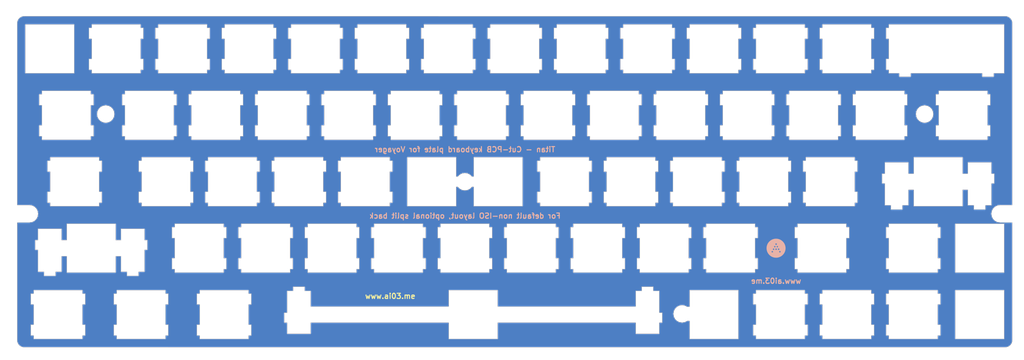
<source format=kicad_pcb>
(kicad_pcb (version 20221018) (generator pcbnew)
  (layers (0 "F.Cu" signal) (31 "B.Cu" signal) (34 "B.Paste" user) (35 "F.Paste" user) (36 "B.SilkS" user "B.Silkscreen") (37 "F.SilkS" user "F.Silkscreen") (38 "B.Mask" user) (39 "F.Mask" user) (44 "Edge.Cuts" user))
  (net 0 "")
  (net 1 "GND")
  (footprint "locallib:outline" (layer "F.Cu") (at 157.48 76.2)
    (fp_text reference "U1")
    (fp_text value "Outline")
    (fp_line (start -128.733293 6.4245) (end -128.731915 -45.7383) (stroke (width 0.1)) (layer "Edge.Cuts"))
    (fp_line (start -128.733293 11.4254) (end -125.2317 11.4254) (stroke (width 0.1)) (layer "Edge.Cuts"))
    (fp_line (start -128.733293 45.18863) (end -128.733293 11.4254) (stroke (width 0.1)) (layer "Edge.Cuts"))
    (fp_line (start -128.731915 -45.7383) (end -128.726403 -45.8957) (stroke (width 0.1)) (layer "Edge.Cuts"))
    (fp_line (start -128.726403 -45.8957) (end -128.707111 -46.0512) (stroke (width 0.1)) (layer "Edge.Cuts"))
    (fp_line (start -128.726403 45.34434) (end -128.733293 45.18863) (stroke (width 0.1)) (layer "Edge.Cuts"))
    (fp_line (start -128.707111 -46.0512) (end -128.676794 -46.2058) (stroke (width 0.1)) (layer "Edge.Cuts"))
    (fp_line (start -128.707111 45.50006) (end -128.726403 45.34434) (stroke (width 0.1)) (layer "Edge.Cuts"))
    (fp_line (start -128.676794 -46.2058) (end -128.634075 -46.3571) (stroke (width 0.1)) (layer "Edge.Cuts"))
    (fp_line (start -128.676794 45.6544) (end -128.707111 45.50006) (stroke (width 0.1)) (layer "Edge.Cuts"))
    (fp_line (start -128.634075 -46.3571) (end -128.580331 -46.5046) (stroke (width 0.1)) (layer "Edge.Cuts"))
    (fp_line (start -128.634075 45.80599) (end -128.676794 45.6544) (stroke (width 0.1)) (layer "Edge.Cuts"))
    (fp_line (start -128.580331 -46.5046) (end -128.514185 -46.6467) (stroke (width 0.1)) (layer "Edge.Cuts"))
    (fp_line (start -128.580331 45.95344) (end -128.634075 45.80599) (stroke (width 0.1)) (layer "Edge.Cuts"))
    (fp_line (start -128.514185 -46.6467) (end -128.438394 -46.7829) (stroke (width 0.1)) (layer "Edge.Cuts"))
    (fp_line (start -128.514185 46.09537) (end -128.580331 45.95344) (stroke (width 0.1)) (layer "Edge.Cuts"))
    (fp_line (start -128.438394 -46.7829) (end -128.3502 -46.9138) (stroke (width 0.1)) (layer "Edge.Cuts"))
    (fp_line (start -128.438394 46.2318) (end -128.514185 46.09537) (stroke (width 0.1)) (layer "Edge.Cuts"))
    (fp_line (start -128.3502 -46.9138) (end -128.252357 -47.0365) (stroke (width 0.1)) (layer "Edge.Cuts"))
    (fp_line (start -128.3502 46.362714) (end -128.438394 46.2318) (stroke (width 0.1)) (layer "Edge.Cuts"))
    (fp_line (start -128.252357 -47.0365) (end -128.146248 -47.1537) (stroke (width 0.1)) (layer "Edge.Cuts"))
    (fp_line (start -128.252357 46.486736) (end -128.3502 46.362714) (stroke (width 0.1)) (layer "Edge.Cuts"))
    (fp_line (start -128.146248 -47.1537) (end -128.030495 -47.2584) (stroke (width 0.1)) (layer "Edge.Cuts"))
    (fp_line (start -128.146248 46.602493) (end -128.252357 46.486736) (stroke (width 0.1)) (layer "Edge.Cuts"))
    (fp_line (start -128.030495 -47.2584) (end -127.907848 -47.3576) (stroke (width 0.1)) (layer "Edge.Cuts"))
    (fp_line (start -128.030495 46.707222) (end -128.146248 46.602493) (stroke (width 0.1)) (layer "Edge.Cuts"))
    (fp_line (start -127.907848 -47.3576) (end -127.77694 -47.4444) (stroke (width 0.1)) (layer "Edge.Cuts"))
    (fp_line (start -127.907848 46.806441) (end -128.030495 46.707222) (stroke (width 0.1)) (layer "Edge.Cuts"))
    (fp_line (start -127.77694 -47.4444) (end -127.63913 -47.5216) (stroke (width 0.1)) (layer "Edge.Cuts"))
    (fp_line (start -127.77694 46.89326) (end -127.907848 46.806441) (stroke (width 0.1)) (layer "Edge.Cuts"))
    (fp_line (start -127.63913 -47.5216) (end -127.49719 -47.5865) (stroke (width 0.1)) (layer "Edge.Cuts"))
    (fp_line (start -127.63913 46.970429) (end -127.77694 46.89326) (stroke (width 0.1)) (layer "Edge.Cuts"))
    (fp_line (start -127.49719 -47.5865) (end -127.35112 -47.6416) (stroke (width 0.1)) (layer "Edge.Cuts"))
    (fp_line (start -127.49719 47.035197) (end -127.63913 46.970429) (stroke (width 0.1)) (layer "Edge.Cuts"))
    (fp_line (start -127.35112 -47.6416) (end -127.19816 -47.6828) (stroke (width 0.1)) (layer "Edge.Cuts"))
    (fp_line (start -127.35112 47.090318) (end -127.49719 47.035197) (stroke (width 0.1)) (layer "Edge.Cuts"))
    (fp_line (start -127.19816 -47.6828) (end -127.0452 -47.7146) (stroke (width 0.1)) (layer "Edge.Cuts"))
    (fp_line (start -127.19816 47.133038) (end -127.35112 47.090318) (stroke (width 0.1)) (layer "Edge.Cuts"))
    (fp_line (start -127.0452 -47.7146) (end -126.8881 -47.7326) (stroke (width 0.1)) (layer "Edge.Cuts"))
    (fp_line (start -127.0452 47.163355) (end -127.19816 47.133038) (stroke (width 0.1)) (layer "Edge.Cuts"))
    (fp_line (start -126.8881 -47.7326) (end -126.73238 -47.7393) (stroke (width 0.1)) (layer "Edge.Cuts"))
    (fp_line (start -126.8881 47.181269) (end -127.0452 47.163355) (stroke (width 0.1)) (layer "Edge.Cuts"))
    (fp_line (start -126.73238 -47.7393) (end 154.644 -47.7379) (stroke (width 0.1)) (layer "Edge.Cuts"))
    (fp_line (start -126.73238 47.189537) (end -126.8881 47.181269) (stroke (width 0.1)) (layer "Edge.Cuts"))
    (fp_line (start -126.39476 -45.376) (end -112.3953 -45.376) (stroke (width 0.1)) (layer "Edge.Cuts"))
    (fp_line (start -126.39476 -31.3764) (end -126.39476 -45.376) (stroke (width 0.1)) (layer "Edge.Cuts"))
    (fp_line (start -125.2317 11.4254) (end -124.45862 11.3027) (stroke (width 0.1)) (layer "Edge.Cuts"))
    (fp_line (start -125.23032 6.4245) (end -128.733293 6.4245) (stroke (width 0.1)) (layer "Edge.Cuts"))
    (fp_line (start -124.81415 31.8244) (end -124.81415 34.925) (stroke (width 0.1)) (layer "Edge.Cuts"))
    (fp_line (start -124.81415 34.925) (end -124.01352 34.925) (stroke (width 0.1)) (layer "Edge.Cuts"))
    (fp_line (start -124.81415 40.72514) (end -124.81415 43.82437) (stroke (width 0.1)) (layer "Edge.Cuts"))
    (fp_line (start -124.81415 43.82437) (end -124.01352 43.82437) (stroke (width 0.1)) (layer "Edge.Cuts"))
    (fp_line (start -124.45862 6.5472) (end -125.23032 6.4245) (stroke (width 0.1)) (layer "Edge.Cuts"))
    (fp_line (start -124.45862 11.3027) (end -123.7627 10.9485) (stroke (width 0.1)) (layer "Edge.Cuts"))
    (fp_line (start -124.01352 30.8239) (end -124.01352 31.8244) (stroke (width 0.1)) (layer "Edge.Cuts"))
    (fp_line (start -124.01352 31.8244) (end -124.81415 31.8244) (stroke (width 0.1)) (layer "Edge.Cuts"))
    (fp_line (start -124.01352 34.925) (end -124.01352 40.72514) (stroke (width 0.1)) (layer "Edge.Cuts"))
    (fp_line (start -124.01352 40.72514) (end -124.81415 40.72514) (stroke (width 0.1)) (layer "Edge.Cuts"))
    (fp_line (start -124.01352 43.82437) (end -124.01352 44.82345) (stroke (width 0.1)) (layer "Edge.Cuts"))
    (fp_line (start -124.01352 44.82345) (end -110.014 44.82345) (stroke (width 0.1)) (layer "Edge.Cuts"))
    (fp_line (start -123.7627 6.9011) (end -124.45862 6.5472) (stroke (width 0.1)) (layer "Edge.Cuts"))
    (fp_line (start -123.7627 10.9485) (end -123.21011 10.3946) (stroke (width 0.1)) (layer "Edge.Cuts"))
    (fp_line (start -123.58906 16.4745) (end -123.58906 19.2732) (stroke (width 0.1)) (layer "Edge.Cuts"))
    (fp_line (start -123.58906 19.2732) (end -122.76363 19.2732) (stroke (width 0.1)) (layer "Edge.Cuts"))
    (fp_line (start -123.21011 7.4553) (end -123.7627 6.9011) (stroke (width 0.1)) (layer "Edge.Cuts"))
    (fp_line (start -123.21011 10.3946) (end -122.85458 9.6972) (stroke (width 0.1)) (layer "Edge.Cuts"))
    (fp_line (start -122.85458 8.1524) (end -123.21011 7.4553) (stroke (width 0.1)) (layer "Edge.Cuts"))
    (fp_line (start -122.85458 9.6972) (end -122.73195 8.9257) (stroke (width 0.1)) (layer "Edge.Cuts"))
    (fp_line (start -122.76363 13.2443) (end -122.76363 16.4745) (stroke (width 0.1)) (layer "Edge.Cuts"))
    (fp_line (start -122.76363 16.4745) (end -123.58906 16.4745) (stroke (width 0.1)) (layer "Edge.Cuts"))
    (fp_line (start -122.76363 19.2732) (end -122.76363 25.5433) (stroke (width 0.1)) (layer "Edge.Cuts"))
    (fp_line (start -122.76363 25.5433) (end -121.03834 25.5433) (stroke (width 0.1)) (layer "Edge.Cuts"))
    (fp_line (start -122.73195 8.9257) (end -122.85458 8.1524) (stroke (width 0.1)) (layer "Edge.Cuts"))
    (fp_line (start -122.43153 -25.3255) (end -122.43153 -22.2264) (stroke (width 0.1)) (layer "Edge.Cuts"))
    (fp_line (start -122.43153 -22.2264) (end -121.63227 -22.2264) (stroke (width 0.1)) (layer "Edge.Cuts"))
    (fp_line (start -122.43153 -16.4264) (end -122.43153 -13.3258) (stroke (width 0.1)) (layer "Edge.Cuts"))
    (fp_line (start -122.43153 -13.3258) (end -121.63227 -13.3258) (stroke (width 0.1)) (layer "Edge.Cuts"))
    (fp_line (start -121.63227 -26.326) (end -121.63227 -25.3255) (stroke (width 0.1)) (layer "Edge.Cuts"))
    (fp_line (start -121.63227 -25.3255) (end -122.43153 -25.3255) (stroke (width 0.1)) (layer "Edge.Cuts"))
    (fp_line (start -121.63227 -22.2264) (end -121.63227 -16.4264) (stroke (width 0.1)) (layer "Edge.Cuts"))
    (fp_line (start -121.63227 -16.4264) (end -122.43153 -16.4264) (stroke (width 0.1)) (layer "Edge.Cuts"))
    (fp_line (start -121.63227 -13.3258) (end -121.63227 -12.3264) (stroke (width 0.1)) (layer "Edge.Cuts"))
    (fp_line (start -121.63227 -12.3264) (end -107.6314 -12.3264) (stroke (width 0.1)) (layer "Edge.Cuts"))
    (fp_line (start -121.03834 25.5433) (end -121.03834 26.7436) (stroke (width 0.1)) (layer "Edge.Cuts"))
    (fp_line (start -121.03834 26.7436) (end -117.7393 26.7436) (stroke (width 0.1)) (layer "Edge.Cuts"))
    (fp_line (start -120.05028 -6.2755) (end -120.05028 -3.1764) (stroke (width 0.1)) (layer "Edge.Cuts"))
    (fp_line (start -120.05028 -3.1764) (end -119.25102 -3.1764) (stroke (width 0.1)) (layer "Edge.Cuts"))
    (fp_line (start -120.05028 2.625) (end -120.05028 5.7242) (stroke (width 0.1)) (layer "Edge.Cuts"))
    (fp_line (start -120.05028 5.7242) (end -119.25102 5.7242) (stroke (width 0.1)) (layer "Edge.Cuts"))
    (fp_line (start -119.25102 -7.2746) (end -119.25102 -6.2755) (stroke (width 0.1)) (layer "Edge.Cuts"))
    (fp_line (start -119.25102 -6.2755) (end -120.05028 -6.2755) (stroke (width 0.1)) (layer "Edge.Cuts"))
    (fp_line (start -119.25102 -3.1764) (end -119.25102 2.625) (stroke (width 0.1)) (layer "Edge.Cuts"))
    (fp_line (start -119.25102 2.625) (end -120.05028 2.625) (stroke (width 0.1)) (layer "Edge.Cuts"))
    (fp_line (start -119.25102 5.7242) (end -119.25102 6.7247) (stroke (width 0.1)) (layer "Edge.Cuts"))
    (fp_line (start -119.25102 6.7247) (end -105.2502 6.7247) (stroke (width 0.1)) (layer "Edge.Cuts"))
    (fp_line (start -117.7393 25.5433) (end -116.014 25.5433) (stroke (width 0.1)) (layer "Edge.Cuts"))
    (fp_line (start -117.7393 26.7436) (end -117.7393 25.5433) (stroke (width 0.1)) (layer "Edge.Cuts"))
    (fp_line (start -116.014 13.2443) (end -122.76363 13.2443) (stroke (width 0.1)) (layer "Edge.Cuts"))
    (fp_line (start -116.014 16.4745) (end -116.014 13.2443) (stroke (width 0.1)) (layer "Edge.Cuts"))
    (fp_line (start -116.014 21.0743) (end -114.4899 21.0743) (stroke (width 0.1)) (layer "Edge.Cuts"))
    (fp_line (start -116.014 25.5433) (end -116.014 21.0743) (stroke (width 0.1)) (layer "Edge.Cuts"))
    (fp_line (start -114.4899 11.774) (end -114.4899 16.4745) (stroke (width 0.1)) (layer "Edge.Cuts"))
    (fp_line (start -114.4899 16.4745) (end -116.014 16.4745) (stroke (width 0.1)) (layer "Edge.Cuts"))
    (fp_line (start -114.4899 21.0743) (end -114.4899 25.7734) (stroke (width 0.1)) (layer "Edge.Cuts"))
    (fp_line (start -114.4899 25.7734) (end -100.4904 25.7734) (stroke (width 0.1)) (layer "Edge.Cuts"))
    (fp_line (start -112.3953 -45.376) (end -112.3953 -31.3764) (stroke (width 0.1)) (layer "Edge.Cuts"))
    (fp_line (start -112.3953 -31.3764) (end -126.39476 -31.3764) (stroke (width 0.1)) (layer "Edge.Cuts"))
    (fp_line (start -110.014 30.8239) (end -124.01352 30.8239) (stroke (width 0.1)) (layer "Edge.Cuts"))
    (fp_line (start -110.014 31.8244) (end -110.014 30.8239) (stroke (width 0.1)) (layer "Edge.Cuts"))
    (fp_line (start -110.014 34.925) (end -109.2134 34.925) (stroke (width 0.1)) (layer "Edge.Cuts"))
    (fp_line (start -110.014 40.72514) (end -110.014 34.925) (stroke (width 0.1)) (layer "Edge.Cuts"))
    (fp_line (start -110.014 43.82437) (end -109.2134 43.82437) (stroke (width 0.1)) (layer "Edge.Cuts"))
    (fp_line (start -110.014 44.82345) (end -110.014 43.82437) (stroke (width 0.1)) (layer "Edge.Cuts"))
    (fp_line (start -109.2134 31.8244) (end -110.014 31.8244) (stroke (width 0.1)) (layer "Edge.Cuts"))
    (fp_line (start -109.2134 34.925) (end -109.2134 31.8244) (stroke (width 0.1)) (layer "Edge.Cuts"))
    (fp_line (start -109.2134 40.72514) (end -110.014 40.72514) (stroke (width 0.1)) (layer "Edge.Cuts"))
    (fp_line (start -109.2134 43.82437) (end -109.2134 40.72514) (stroke (width 0.1)) (layer "Edge.Cuts"))
    (fp_line (start -108.1454 -44.3755) (end -108.1454 -41.2764) (stroke (width 0.1)) (layer "Edge.Cuts"))
    (fp_line (start -108.1454 -41.2764) (end -107.3448 -41.2764) (stroke (width 0.1)) (layer "Edge.Cuts"))
    (fp_line (start -108.1454 -35.4764) (end -108.1454 -32.3758) (stroke (width 0.1)) (layer "Edge.Cuts"))
    (fp_line (start -108.1454 -32.3758) (end -107.3448 -32.3758) (stroke (width 0.1)) (layer "Edge.Cuts"))
    (fp_line (start -107.6314 -26.326) (end -121.63227 -26.326) (stroke (width 0.1)) (layer "Edge.Cuts"))
    (fp_line (start -107.6314 -25.3255) (end -107.6314 -26.326) (stroke (width 0.1)) (layer "Edge.Cuts"))
    (fp_line (start -107.6314 -22.2264) (end -106.8321 -22.2264) (stroke (width 0.1)) (layer "Edge.Cuts"))
    (fp_line (start -107.6314 -16.4264) (end -107.6314 -22.2264) (stroke (width 0.1)) (layer "Edge.Cuts"))
    (fp_line (start -107.6314 -13.3258) (end -106.8321 -13.3258) (stroke (width 0.1)) (layer "Edge.Cuts"))
    (fp_line (start -107.6314 -12.3264) (end -107.6314 -13.3258) (stroke (width 0.1)) (layer "Edge.Cuts"))
    (fp_line (start -107.3448 -45.376) (end -107.3448 -44.3755) (stroke (width 0.1)) (layer "Edge.Cuts"))
    (fp_line (start -107.3448 -44.3755) (end -108.1454 -44.3755) (stroke (width 0.1)) (layer "Edge.Cuts"))
    (fp_line (start -107.3448 -41.2764) (end -107.3448 -35.4764) (stroke (width 0.1)) (layer "Edge.Cuts"))
    (fp_line (start -107.3448 -35.4764) (end -108.1454 -35.4764) (stroke (width 0.1)) (layer "Edge.Cuts"))
    (fp_line (start -107.3448 -32.3758) (end -107.3448 -31.3764) (stroke (width 0.1)) (layer "Edge.Cuts"))
    (fp_line (start -107.3448 -31.3764) (end -93.3453 -31.3764) (stroke (width 0.1)) (layer "Edge.Cuts"))
    (fp_line (start -106.8321 -25.3255) (end -107.6314 -25.3255) (stroke (width 0.1)) (layer "Edge.Cuts"))
    (fp_line (start -106.8321 -22.2264) (end -106.8321 -25.3255) (stroke (width 0.1)) (layer "Edge.Cuts"))
    (fp_line (start -106.8321 -16.4264) (end -107.6314 -16.4264) (stroke (width 0.1)) (layer "Edge.Cuts"))
    (fp_line (start -106.8321 -13.3258) (end -106.8321 -16.4264) (stroke (width 0.1)) (layer "Edge.Cuts"))
    (fp_line (start -105.8441 -19.6744) (end -105.7214 -18.9025) (stroke (width 0.1)) (layer "Edge.Cuts"))
    (fp_line (start -105.7214 -20.4487) (end -105.8441 -19.6744) (stroke (width 0.1)) (layer "Edge.Cuts"))
    (fp_line (start -105.7214 -18.9025) (end -105.3673 -18.2065) (stroke (width 0.1)) (layer "Edge.Cuts"))
    (fp_line (start -105.3673 -21.1448) (end -105.7214 -20.4487) (stroke (width 0.1)) (layer "Edge.Cuts"))
    (fp_line (start -105.3673 -18.2065) (end -104.8133 -17.6526) (stroke (width 0.1)) (layer "Edge.Cuts"))
    (fp_line (start -105.2502 -7.2746) (end -119.25102 -7.2746) (stroke (width 0.1)) (layer "Edge.Cuts"))
    (fp_line (start -105.2502 -6.2755) (end -105.2502 -7.2746) (stroke (width 0.1)) (layer "Edge.Cuts"))
    (fp_line (start -105.2502 -3.1764) (end -104.4509 -3.1764) (stroke (width 0.1)) (layer "Edge.Cuts"))
    (fp_line (start -105.2502 2.625) (end -105.2502 -3.1764) (stroke (width 0.1)) (layer "Edge.Cuts"))
    (fp_line (start -105.2502 5.7242) (end -104.4509 5.7242) (stroke (width 0.1)) (layer "Edge.Cuts"))
    (fp_line (start -105.2502 6.7247) (end -105.2502 5.7242) (stroke (width 0.1)) (layer "Edge.Cuts"))
    (fp_line (start -104.8133 -21.6986) (end -105.3673 -21.1448) (stroke (width 0.1)) (layer "Edge.Cuts"))
    (fp_line (start -104.8133 -17.6526) (end -104.1174 -17.2984) (stroke (width 0.1)) (layer "Edge.Cuts"))
    (fp_line (start -104.4509 -6.2755) (end -105.2502 -6.2755) (stroke (width 0.1)) (layer "Edge.Cuts"))
    (fp_line (start -104.4509 -3.1764) (end -104.4509 -6.2755) (stroke (width 0.1)) (layer "Edge.Cuts"))
    (fp_line (start -104.4509 2.625) (end -105.2502 2.625) (stroke (width 0.1)) (layer "Edge.Cuts"))
    (fp_line (start -104.4509 5.7242) (end -104.4509 2.625) (stroke (width 0.1)) (layer "Edge.Cuts"))
    (fp_line (start -104.1174 -22.0528) (end -104.8133 -21.6986) (stroke (width 0.1)) (layer "Edge.Cuts"))
    (fp_line (start -104.1174 -17.2984) (end -103.3443 -17.1746) (stroke (width 0.1)) (layer "Edge.Cuts"))
    (fp_line (start -103.3443 -22.1752) (end -104.1174 -22.0528) (stroke (width 0.1)) (layer "Edge.Cuts"))
    (fp_line (start -103.3443 -17.1746) (end -102.5712 -17.2984) (stroke (width 0.1)) (layer "Edge.Cuts"))
    (fp_line (start -102.5712 -22.0528) (end -103.3443 -22.1752) (stroke (width 0.1)) (layer "Edge.Cuts"))
    (fp_line (start -102.5712 -17.2984) (end -101.8753 -17.6526) (stroke (width 0.1)) (layer "Edge.Cuts"))
    (fp_line (start -101.8753 -21.6986) (end -102.5712 -22.0528) (stroke (width 0.1)) (layer "Edge.Cuts"))
    (fp_line (start -101.8753 -17.6526) (end -101.3241 -18.2065) (stroke (width 0.1)) (layer "Edge.Cuts"))
    (fp_line (start -101.3241 -21.1448) (end -101.8753 -21.6986) (stroke (width 0.1)) (layer "Edge.Cuts"))
    (fp_line (start -101.3241 -18.2065) (end -100.9672 -18.9025) (stroke (width 0.1)) (layer "Edge.Cuts"))
    (fp_line (start -101.0017 31.8244) (end -101.0017 34.925) (stroke (width 0.1)) (layer "Edge.Cuts"))
    (fp_line (start -101.0017 34.925) (end -100.2024 34.925) (stroke (width 0.1)) (layer "Edge.Cuts"))
    (fp_line (start -101.0017 40.72514) (end -101.0017 43.82437) (stroke (width 0.1)) (layer "Edge.Cuts"))
    (fp_line (start -101.0017 43.82437) (end -100.2024 43.82437) (stroke (width 0.1)) (layer "Edge.Cuts"))
    (fp_line (start -100.9672 -20.4487) (end -101.3241 -21.1448) (stroke (width 0.1)) (layer "Edge.Cuts"))
    (fp_line (start -100.9672 -18.9025) (end -100.8446 -19.6744) (stroke (width 0.1)) (layer "Edge.Cuts"))
    (fp_line (start -100.8446 -19.6744) (end -100.9672 -20.4487) (stroke (width 0.1)) (layer "Edge.Cuts"))
    (fp_line (start -100.4904 11.774) (end -114.4899 11.774) (stroke (width 0.1)) (layer "Edge.Cuts"))
    (fp_line (start -100.4904 16.4745) (end -100.4904 11.774) (stroke (width 0.1)) (layer "Edge.Cuts"))
    (fp_line (start -100.4904 21.0743) (end -98.9636 21.0743) (stroke (width 0.1)) (layer "Edge.Cuts"))
    (fp_line (start -100.4904 25.7734) (end -100.4904 21.0743) (stroke (width 0.1)) (layer "Edge.Cuts"))
    (fp_line (start -100.2024 30.8239) (end -100.2024 31.8244) (stroke (width 0.1)) (layer "Edge.Cuts"))
    (fp_line (start -100.2024 31.8244) (end -101.0017 31.8244) (stroke (width 0.1)) (layer "Edge.Cuts"))
    (fp_line (start -100.2024 34.925) (end -100.2024 40.72514) (stroke (width 0.1)) (layer "Edge.Cuts"))
    (fp_line (start -100.2024 40.72514) (end -101.0017 40.72514) (stroke (width 0.1)) (layer "Edge.Cuts"))
    (fp_line (start -100.2024 43.82437) (end -100.2024 44.82345) (stroke (width 0.1)) (layer "Edge.Cuts"))
    (fp_line (start -100.2024 44.82345) (end -86.2016 44.82345) (stroke (width 0.1)) (layer "Edge.Cuts"))
    (fp_line (start -98.9636 13.2443) (end -98.9636 16.4745) (stroke (width 0.1)) (layer "Edge.Cuts"))
    (fp_line (start -98.9636 16.4745) (end -100.4904 16.4745) (stroke (width 0.1)) (layer "Edge.Cuts"))
    (fp_line (start -98.9636 21.0743) (end -98.9636 25.5433) (stroke (width 0.1)) (layer "Edge.Cuts"))
    (fp_line (start -98.9636 25.5433) (end -97.2396 25.5433) (stroke (width 0.1)) (layer "Edge.Cuts"))
    (fp_line (start -98.6204 -25.3255) (end -98.6204 -22.2264) (stroke (width 0.1)) (layer "Edge.Cuts"))
    (fp_line (start -98.6204 -22.2264) (end -97.8211 -22.2264) (stroke (width 0.1)) (layer "Edge.Cuts"))
    (fp_line (start -98.6204 -16.4264) (end -98.6204 -13.3258) (stroke (width 0.1)) (layer "Edge.Cuts"))
    (fp_line (start -98.6204 -13.3258) (end -97.8211 -13.3258) (stroke (width 0.1)) (layer "Edge.Cuts"))
    (fp_line (start -97.8211 -26.326) (end -97.8211 -25.3255) (stroke (width 0.1)) (layer "Edge.Cuts"))
    (fp_line (start -97.8211 -25.3255) (end -98.6204 -25.3255) (stroke (width 0.1)) (layer "Edge.Cuts"))
    (fp_line (start -97.8211 -22.2264) (end -97.8211 -16.4264) (stroke (width 0.1)) (layer "Edge.Cuts"))
    (fp_line (start -97.8211 -16.4264) (end -98.6204 -16.4264) (stroke (width 0.1)) (layer "Edge.Cuts"))
    (fp_line (start -97.8211 -13.3258) (end -97.8211 -12.3264) (stroke (width 0.1)) (layer "Edge.Cuts"))
    (fp_line (start -97.8211 -12.3264) (end -83.8203 -12.3264) (stroke (width 0.1)) (layer "Edge.Cuts"))
    (fp_line (start -97.2396 25.5433) (end -97.2396 26.7436) (stroke (width 0.1)) (layer "Edge.Cuts"))
    (fp_line (start -97.2396 26.7436) (end -93.9392 26.7436) (stroke (width 0.1)) (layer "Edge.Cuts"))
    (fp_line (start -93.9392 25.5433) (end -92.214 25.5433) (stroke (width 0.1)) (layer "Edge.Cuts"))
    (fp_line (start -93.9392 26.7436) (end -93.9392 25.5433) (stroke (width 0.1)) (layer "Edge.Cuts"))
    (fp_line (start -93.8565 -6.2755) (end -93.8565 -3.1764) (stroke (width 0.1)) (layer "Edge.Cuts"))
    (fp_line (start -93.8565 -3.1764) (end -93.0571 -3.1764) (stroke (width 0.1)) (layer "Edge.Cuts"))
    (fp_line (start -93.8565 2.625) (end -93.8565 5.7242) (stroke (width 0.1)) (layer "Edge.Cuts"))
    (fp_line (start -93.8565 5.7242) (end -93.0571 5.7242) (stroke (width 0.1)) (layer "Edge.Cuts"))
    (fp_line (start -93.3453 -45.376) (end -107.3448 -45.376) (stroke (width 0.1)) (layer "Edge.Cuts"))
    (fp_line (start -93.3453 -44.3755) (end -93.3453 -45.376) (stroke (width 0.1)) (layer "Edge.Cuts"))
    (fp_line (start -93.3453 -41.2764) (end -92.5445 -41.2764) (stroke (width 0.1)) (layer "Edge.Cuts"))
    (fp_line (start -93.3453 -35.4764) (end -93.3453 -41.2764) (stroke (width 0.1)) (layer "Edge.Cuts"))
    (fp_line (start -93.3453 -32.3758) (end -92.5445 -32.3758) (stroke (width 0.1)) (layer "Edge.Cuts"))
    (fp_line (start -93.3453 -31.3764) (end -93.3453 -32.3758) (stroke (width 0.1)) (layer "Edge.Cuts"))
    (fp_line (start -93.0571 -7.2746) (end -93.0571 -6.2755) (stroke (width 0.1)) (layer "Edge.Cuts"))
    (fp_line (start -93.0571 -6.2755) (end -93.8565 -6.2755) (stroke (width 0.1)) (layer "Edge.Cuts"))
    (fp_line (start -93.0571 -3.1764) (end -93.0571 2.625) (stroke (width 0.1)) (layer "Edge.Cuts"))
    (fp_line (start -93.0571 2.625) (end -93.8565 2.625) (stroke (width 0.1)) (layer "Edge.Cuts"))
    (fp_line (start -93.0571 5.7242) (end -93.0571 6.7247) (stroke (width 0.1)) (layer "Edge.Cuts"))
    (fp_line (start -93.0571 6.7247) (end -79.0564 6.7247) (stroke (width 0.1)) (layer "Edge.Cuts"))
    (fp_line (start -92.5445 -44.3755) (end -93.3453 -44.3755) (stroke (width 0.1)) (layer "Edge.Cuts"))
    (fp_line (start -92.5445 -41.2764) (end -92.5445 -44.3755) (stroke (width 0.1)) (layer "Edge.Cuts"))
    (fp_line (start -92.5445 -35.4764) (end -93.3453 -35.4764) (stroke (width 0.1)) (layer "Edge.Cuts"))
    (fp_line (start -92.5445 -32.3758) (end -92.5445 -35.4764) (stroke (width 0.1)) (layer "Edge.Cuts"))
    (fp_line (start -92.214 13.2443) (end -98.9636 13.2443) (stroke (width 0.1)) (layer "Edge.Cuts"))
    (fp_line (start -92.214 16.4745) (end -92.214 13.2443) (stroke (width 0.1)) (layer "Edge.Cuts"))
    (fp_line (start -92.214 19.2732) (end -91.3885 19.2732) (stroke (width 0.1)) (layer "Edge.Cuts"))
    (fp_line (start -92.214 25.5433) (end -92.214 19.2732) (stroke (width 0.1)) (layer "Edge.Cuts"))
    (fp_line (start -91.3885 16.4745) (end -92.214 16.4745) (stroke (width 0.1)) (layer "Edge.Cuts"))
    (fp_line (start -91.3885 19.2732) (end -91.3885 16.4745) (stroke (width 0.1)) (layer "Edge.Cuts"))
    (fp_line (start -89.0954 -44.3755) (end -89.0954 -41.2764) (stroke (width 0.1)) (layer "Edge.Cuts"))
    (fp_line (start -89.0954 -41.2764) (end -88.2946 -41.2764) (stroke (width 0.1)) (layer "Edge.Cuts"))
    (fp_line (start -89.0954 -35.4764) (end -89.0954 -32.3758) (stroke (width 0.1)) (layer "Edge.Cuts"))
    (fp_line (start -89.0954 -32.3758) (end -88.2946 -32.3758) (stroke (width 0.1)) (layer "Edge.Cuts"))
    (fp_line (start -88.2946 -45.376) (end -88.2946 -44.3755) (stroke (width 0.1)) (layer "Edge.Cuts"))
    (fp_line (start -88.2946 -44.3755) (end -89.0954 -44.3755) (stroke (width 0.1)) (layer "Edge.Cuts"))
    (fp_line (start -88.2946 -41.2764) (end -88.2946 -35.4764) (stroke (width 0.1)) (layer "Edge.Cuts"))
    (fp_line (start -88.2946 -35.4764) (end -89.0954 -35.4764) (stroke (width 0.1)) (layer "Edge.Cuts"))
    (fp_line (start -88.2946 -32.3758) (end -88.2946 -31.3764) (stroke (width 0.1)) (layer "Edge.Cuts"))
    (fp_line (start -88.2946 -31.3764) (end -74.2953 -31.3764) (stroke (width 0.1)) (layer "Edge.Cuts"))
    (fp_line (start -86.2016 30.8239) (end -100.2024 30.8239) (stroke (width 0.1)) (layer "Edge.Cuts"))
    (fp_line (start -86.2016 31.8244) (end -86.2016 30.8239) (stroke (width 0.1)) (layer "Edge.Cuts"))
    (fp_line (start -86.2016 34.925) (end -85.4008 34.925) (stroke (width 0.1)) (layer "Edge.Cuts"))
    (fp_line (start -86.2016 40.72514) (end -86.2016 34.925) (stroke (width 0.1)) (layer "Edge.Cuts"))
    (fp_line (start -86.2016 43.82437) (end -85.4008 43.82437) (stroke (width 0.1)) (layer "Edge.Cuts"))
    (fp_line (start -86.2016 44.82345) (end -86.2016 43.82437) (stroke (width 0.1)) (layer "Edge.Cuts"))
    (fp_line (start -85.4008 31.8244) (end -86.2016 31.8244) (stroke (width 0.1)) (layer "Edge.Cuts"))
    (fp_line (start -85.4008 34.925) (end -85.4008 31.8244) (stroke (width 0.1)) (layer "Edge.Cuts"))
    (fp_line (start -85.4008 40.72514) (end -86.2016 40.72514) (stroke (width 0.1)) (layer "Edge.Cuts"))
    (fp_line (start -85.4008 43.82437) (end -85.4008 40.72514) (stroke (width 0.1)) (layer "Edge.Cuts"))
    (fp_line (start -84.3329 12.7744) (end -84.3329 15.8736) (stroke (width 0.1)) (layer "Edge.Cuts"))
    (fp_line (start -84.3329 15.8736) (end -83.5321 15.8736) (stroke (width 0.1)) (layer "Edge.Cuts"))
    (fp_line (start -84.3329 21.6751) (end -84.3329 24.7744) (stroke (width 0.1)) (layer "Edge.Cuts"))
    (fp_line (start -84.3329 24.7744) (end -83.5321 24.7744) (stroke (width 0.1)) (layer "Edge.Cuts"))
    (fp_line (start -83.8203 -26.326) (end -97.8211 -26.326) (stroke (width 0.1)) (layer "Edge.Cuts"))
    (fp_line (start -83.8203 -25.3255) (end -83.8203 -26.326) (stroke (width 0.1)) (layer "Edge.Cuts"))
    (fp_line (start -83.8203 -22.2264) (end -83.0195 -22.2264) (stroke (width 0.1)) (layer "Edge.Cuts"))
    (fp_line (start -83.8203 -16.4264) (end -83.8203 -22.2264) (stroke (width 0.1)) (layer "Edge.Cuts"))
    (fp_line (start -83.8203 -13.3258) (end -83.0195 -13.3258) (stroke (width 0.1)) (layer "Edge.Cuts"))
    (fp_line (start -83.8203 -12.3264) (end -83.8203 -13.3258) (stroke (width 0.1)) (layer "Edge.Cuts"))
    (fp_line (start -83.5321 11.774) (end -83.5321 12.7744) (stroke (width 0.1)) (layer "Edge.Cuts"))
    (fp_line (start -83.5321 12.7744) (end -84.3329 12.7744) (stroke (width 0.1)) (layer "Edge.Cuts"))
    (fp_line (start -83.5321 15.8736) (end -83.5321 21.6751) (stroke (width 0.1)) (layer "Edge.Cuts"))
    (fp_line (start -83.5321 21.6751) (end -84.3329 21.6751) (stroke (width 0.1)) (layer "Edge.Cuts"))
    (fp_line (start -83.5321 24.7744) (end -83.5321 25.7734) (stroke (width 0.1)) (layer "Edge.Cuts"))
    (fp_line (start -83.5321 25.7734) (end -69.5314 25.7734) (stroke (width 0.1)) (layer "Edge.Cuts"))
    (fp_line (start -83.0195 -25.3255) (end -83.8203 -25.3255) (stroke (width 0.1)) (layer "Edge.Cuts"))
    (fp_line (start -83.0195 -22.2264) (end -83.0195 -25.3255) (stroke (width 0.1)) (layer "Edge.Cuts"))
    (fp_line (start -83.0195 -16.4264) (end -83.8203 -16.4264) (stroke (width 0.1)) (layer "Edge.Cuts"))
    (fp_line (start -83.0195 -13.3258) (end -83.0195 -16.4264) (stroke (width 0.1)) (layer "Edge.Cuts"))
    (fp_line (start -79.5704 -25.3255) (end -79.5704 -22.2264) (stroke (width 0.1)) (layer "Edge.Cuts"))
    (fp_line (start -79.5704 -22.2264) (end -78.7696 -22.2264) (stroke (width 0.1)) (layer "Edge.Cuts"))
    (fp_line (start -79.5704 -16.4264) (end -79.5704 -13.3258) (stroke (width 0.1)) (layer "Edge.Cuts"))
    (fp_line (start -79.5704 -13.3258) (end -78.7696 -13.3258) (stroke (width 0.1)) (layer "Edge.Cuts"))
    (fp_line (start -79.0564 -7.2746) (end -93.0571 -7.2746) (stroke (width 0.1)) (layer "Edge.Cuts"))
    (fp_line (start -79.0564 -6.2755) (end -79.0564 -7.2746) (stroke (width 0.1)) (layer "Edge.Cuts"))
    (fp_line (start -79.0564 -3.1764) (end -78.2584 -3.1764) (stroke (width 0.1)) (layer "Edge.Cuts"))
    (fp_line (start -79.0564 2.625) (end -79.0564 -3.1764) (stroke (width 0.1)) (layer "Edge.Cuts"))
    (fp_line (start -79.0564 5.7242) (end -78.2584 5.7242) (stroke (width 0.1)) (layer "Edge.Cuts"))
    (fp_line (start -79.0564 6.7247) (end -79.0564 5.7242) (stroke (width 0.1)) (layer "Edge.Cuts"))
    (fp_line (start -78.7696 -26.326) (end -78.7696 -25.3255) (stroke (width 0.1)) (layer "Edge.Cuts"))
    (fp_line (start -78.7696 -25.3255) (end -79.5704 -25.3255) (stroke (width 0.1)) (layer "Edge.Cuts"))
    (fp_line (start -78.7696 -22.2264) (end -78.7696 -16.4264) (stroke (width 0.1)) (layer "Edge.Cuts"))
    (fp_line (start -78.7696 -16.4264) (end -79.5704 -16.4264) (stroke (width 0.1)) (layer "Edge.Cuts"))
    (fp_line (start -78.7696 -13.3258) (end -78.7696 -12.3264) (stroke (width 0.1)) (layer "Edge.Cuts"))
    (fp_line (start -78.7696 -12.3264) (end -64.7703 -12.3264) (stroke (width 0.1)) (layer "Edge.Cuts"))
    (fp_line (start -78.2584 -6.2755) (end -79.0564 -6.2755) (stroke (width 0.1)) (layer "Edge.Cuts"))
    (fp_line (start -78.2584 -3.1764) (end -78.2584 -6.2755) (stroke (width 0.1)) (layer "Edge.Cuts"))
    (fp_line (start -78.2584 2.625) (end -79.0564 2.625) (stroke (width 0.1)) (layer "Edge.Cuts"))
    (fp_line (start -78.2584 5.7242) (end -78.2584 2.625) (stroke (width 0.1)) (layer "Edge.Cuts"))
    (fp_line (start -77.1892 31.8244) (end -77.1892 34.925) (stroke (width 0.1)) (layer "Edge.Cuts"))
    (fp_line (start -77.1892 34.925) (end -76.3883 34.925) (stroke (width 0.1)) (layer "Edge.Cuts"))
    (fp_line (start -77.1892 40.72514) (end -77.1892 43.82437) (stroke (width 0.1)) (layer "Edge.Cuts"))
    (fp_line (start -77.1892 43.82437) (end -76.3883 43.82437) (stroke (width 0.1)) (layer "Edge.Cuts"))
    (fp_line (start -76.3883 30.8239) (end -76.3883 31.8244) (stroke (width 0.1)) (layer "Edge.Cuts"))
    (fp_line (start -76.3883 31.8244) (end -77.1892 31.8244) (stroke (width 0.1)) (layer "Edge.Cuts"))
    (fp_line (start -76.3883 34.925) (end -76.3883 40.72514) (stroke (width 0.1)) (layer "Edge.Cuts"))
    (fp_line (start -76.3883 40.72514) (end -77.1892 40.72514) (stroke (width 0.1)) (layer "Edge.Cuts"))
    (fp_line (start -76.3883 43.82437) (end -76.3883 44.82345) (stroke (width 0.1)) (layer "Edge.Cuts"))
    (fp_line (start -76.3883 44.82345) (end -62.3891 44.82345) (stroke (width 0.1)) (layer "Edge.Cuts"))
    (fp_line (start -74.8065 -6.2755) (end -74.8065 -3.1764) (stroke (width 0.1)) (layer "Edge.Cuts"))
    (fp_line (start -74.8065 -3.1764) (end -74.0085 -3.1764) (stroke (width 0.1)) (layer "Edge.Cuts"))
    (fp_line (start -74.8065 2.625) (end -74.8065 5.7242) (stroke (width 0.1)) (layer "Edge.Cuts"))
    (fp_line (start -74.8065 5.7242) (end -74.0085 5.7242) (stroke (width 0.1)) (layer "Edge.Cuts"))
    (fp_line (start -74.2953 -45.376) (end -88.2946 -45.376) (stroke (width 0.1)) (layer "Edge.Cuts"))
    (fp_line (start -74.2953 -44.3755) (end -74.2953 -45.376) (stroke (width 0.1)) (layer "Edge.Cuts"))
    (fp_line (start -74.2953 -41.2764) (end -73.4959 -41.2764) (stroke (width 0.1)) (layer "Edge.Cuts"))
    (fp_line (start -74.2953 -35.4764) (end -74.2953 -41.2764) (stroke (width 0.1)) (layer "Edge.Cuts"))
    (fp_line (start -74.2953 -32.3758) (end -73.4959 -32.3758) (stroke (width 0.1)) (layer "Edge.Cuts"))
    (fp_line (start -74.2953 -31.3764) (end -74.2953 -32.3758) (stroke (width 0.1)) (layer "Edge.Cuts"))
    (fp_line (start -74.0085 -7.2746) (end -74.0085 -6.2755) (stroke (width 0.1)) (layer "Edge.Cuts"))
    (fp_line (start -74.0085 -6.2755) (end -74.8065 -6.2755) (stroke (width 0.1)) (layer "Edge.Cuts"))
    (fp_line (start -74.0085 -3.1764) (end -74.0085 2.625) (stroke (width 0.1)) (layer "Edge.Cuts"))
    (fp_line (start -74.0085 2.625) (end -74.8065 2.625) (stroke (width 0.1)) (layer "Edge.Cuts"))
    (fp_line (start -74.0085 5.7242) (end -74.0085 6.7247) (stroke (width 0.1)) (layer "Edge.Cuts"))
    (fp_line (start -74.0085 6.7247) (end -60.0078 6.7247) (stroke (width 0.1)) (layer "Edge.Cuts"))
    (fp_line (start -73.4959 -44.3755) (end -74.2953 -44.3755) (stroke (width 0.1)) (layer "Edge.Cuts"))
    (fp_line (start -73.4959 -41.2764) (end -73.4959 -44.3755) (stroke (width 0.1)) (layer "Edge.Cuts"))
    (fp_line (start -73.4959 -35.4764) (end -74.2953 -35.4764) (stroke (width 0.1)) (layer "Edge.Cuts"))
    (fp_line (start -73.4959 -32.3758) (end -73.4959 -35.4764) (stroke (width 0.1)) (layer "Edge.Cuts"))
    (fp_line (start -70.0454 -44.3755) (end -70.0454 -41.2764) (stroke (width 0.1)) (layer "Edge.Cuts"))
    (fp_line (start -70.0454 -41.2764) (end -69.246 -41.2764) (stroke (width 0.1)) (layer "Edge.Cuts"))
    (fp_line (start -70.0454 -35.4764) (end -70.0454 -32.3758) (stroke (width 0.1)) (layer "Edge.Cuts"))
    (fp_line (start -70.0454 -32.3758) (end -69.246 -32.3758) (stroke (width 0.1)) (layer "Edge.Cuts"))
    (fp_line (start -69.5314 11.774) (end -83.5321 11.774) (stroke (width 0.1)) (layer "Edge.Cuts"))
    (fp_line (start -69.5314 12.7744) (end -69.5314 11.774) (stroke (width 0.1)) (layer "Edge.Cuts"))
    (fp_line (start -69.5314 15.8736) (end -68.732 15.8736) (stroke (width 0.1)) (layer "Edge.Cuts"))
    (fp_line (start -69.5314 21.6751) (end -69.5314 15.8736) (stroke (width 0.1)) (layer "Edge.Cuts"))
    (fp_line (start -69.5314 24.7744) (end -68.732 24.7744) (stroke (width 0.1)) (layer "Edge.Cuts"))
    (fp_line (start -69.5314 25.7734) (end -69.5314 24.7744) (stroke (width 0.1)) (layer "Edge.Cuts"))
    (fp_line (start -69.246 -45.376) (end -69.246 -44.3755) (stroke (width 0.1)) (layer "Edge.Cuts"))
    (fp_line (start -69.246 -44.3755) (end -70.0454 -44.3755) (stroke (width 0.1)) (layer "Edge.Cuts"))
    (fp_line (start -69.246 -41.2764) (end -69.246 -35.4764) (stroke (width 0.1)) (layer "Edge.Cuts"))
    (fp_line (start -69.246 -35.4764) (end -70.0454 -35.4764) (stroke (width 0.1)) (layer "Edge.Cuts"))
    (fp_line (start -69.246 -32.3758) (end -69.246 -31.3764) (stroke (width 0.1)) (layer "Edge.Cuts"))
    (fp_line (start -69.246 -31.3764) (end -55.2453 -31.3764) (stroke (width 0.1)) (layer "Edge.Cuts"))
    (fp_line (start -68.732 12.7744) (end -69.5314 12.7744) (stroke (width 0.1)) (layer "Edge.Cuts"))
    (fp_line (start -68.732 15.8736) (end -68.732 12.7744) (stroke (width 0.1)) (layer "Edge.Cuts"))
    (fp_line (start -68.732 21.6751) (end -69.5314 21.6751) (stroke (width 0.1)) (layer "Edge.Cuts"))
    (fp_line (start -68.732 24.7744) (end -68.732 21.6751) (stroke (width 0.1)) (layer "Edge.Cuts"))
    (fp_line (start -65.2815 12.7744) (end -65.2815 15.8736) (stroke (width 0.1)) (layer "Edge.Cuts"))
    (fp_line (start -65.2815 15.8736) (end -64.4821 15.8736) (stroke (width 0.1)) (layer "Edge.Cuts"))
    (fp_line (start -65.2815 21.6751) (end -65.2815 24.7744) (stroke (width 0.1)) (layer "Edge.Cuts"))
    (fp_line (start -65.2815 24.7744) (end -64.4821 24.7744) (stroke (width 0.1)) (layer "Edge.Cuts"))
    (fp_line (start -64.7703 -26.326) (end -78.7696 -26.326) (stroke (width 0.1)) (layer "Edge.Cuts"))
    (fp_line (start -64.7703 -25.3255) (end -64.7703 -26.326) (stroke (width 0.1)) (layer "Edge.Cuts"))
    (fp_line (start -64.7703 -22.2264) (end -63.9695 -22.2264) (stroke (width 0.1)) (layer "Edge.Cuts"))
    (fp_line (start -64.7703 -16.4264) (end -64.7703 -22.2264) (stroke (width 0.1)) (layer "Edge.Cuts"))
    (fp_line (start -64.7703 -13.3258) (end -63.9695 -13.3258) (stroke (width 0.1)) (layer "Edge.Cuts"))
    (fp_line (start -64.7703 -12.3264) (end -64.7703 -13.3258) (stroke (width 0.1)) (layer "Edge.Cuts"))
    (fp_line (start -64.4821 11.774) (end -64.4821 12.7744) (stroke (width 0.1)) (layer "Edge.Cuts"))
    (fp_line (start -64.4821 12.7744) (end -65.2815 12.7744) (stroke (width 0.1)) (layer "Edge.Cuts"))
    (fp_line (start -64.4821 15.8736) (end -64.4821 21.6751) (stroke (width 0.1)) (layer "Edge.Cuts"))
    (fp_line (start -64.4821 21.6751) (end -65.2815 21.6751) (stroke (width 0.1)) (layer "Edge.Cuts"))
    (fp_line (start -64.4821 24.7744) (end -64.4821 25.7734) (stroke (width 0.1)) (layer "Edge.Cuts"))
    (fp_line (start -64.4821 25.7734) (end -50.4814 25.7734) (stroke (width 0.1)) (layer "Edge.Cuts"))
    (fp_line (start -63.9695 -25.3255) (end -64.7703 -25.3255) (stroke (width 0.1)) (layer "Edge.Cuts"))
    (fp_line (start -63.9695 -22.2264) (end -63.9695 -25.3255) (stroke (width 0.1)) (layer "Edge.Cuts"))
    (fp_line (start -63.9695 -16.4264) (end -64.7703 -16.4264) (stroke (width 0.1)) (layer "Edge.Cuts"))
    (fp_line (start -63.9695 -13.3258) (end -63.9695 -16.4264) (stroke (width 0.1)) (layer "Edge.Cuts"))
    (fp_line (start -62.3891 30.8239) (end -76.3883 30.8239) (stroke (width 0.1)) (layer "Edge.Cuts"))
    (fp_line (start -62.3891 31.8244) (end -62.3891 30.8239) (stroke (width 0.1)) (layer "Edge.Cuts"))
    (fp_line (start -62.3891 34.925) (end -61.5883 34.925) (stroke (width 0.1)) (layer "Edge.Cuts"))
    (fp_line (start -62.3891 40.72514) (end -62.3891 34.925) (stroke (width 0.1)) (layer "Edge.Cuts"))
    (fp_line (start -62.3891 43.82437) (end -61.5883 43.82437) (stroke (width 0.1)) (layer "Edge.Cuts"))
    (fp_line (start -62.3891 44.82345) (end -62.3891 43.82437) (stroke (width 0.1)) (layer "Edge.Cuts"))
    (fp_line (start -61.5883 31.8244) (end -62.3891 31.8244) (stroke (width 0.1)) (layer "Edge.Cuts"))
    (fp_line (start -61.5883 34.925) (end -61.5883 31.8244) (stroke (width 0.1)) (layer "Edge.Cuts"))
    (fp_line (start -61.5883 40.72514) (end -62.3891 40.72514) (stroke (width 0.1)) (layer "Edge.Cuts"))
    (fp_line (start -61.5883 43.82437) (end -61.5883 40.72514) (stroke (width 0.1)) (layer "Edge.Cuts"))
    (fp_line (start -60.5204 -25.3255) (end -60.5204 -22.2264) (stroke (width 0.1)) (layer "Edge.Cuts"))
    (fp_line (start -60.5204 -22.2264) (end -59.7196 -22.2264) (stroke (width 0.1)) (layer "Edge.Cuts"))
    (fp_line (start -60.5204 -16.4264) (end -60.5204 -13.3258) (stroke (width 0.1)) (layer "Edge.Cuts"))
    (fp_line (start -60.5204 -13.3258) (end -59.7196 -13.3258) (stroke (width 0.1)) (layer "Edge.Cuts"))
    (fp_line (start -60.0078 -7.2746) (end -74.0085 -7.2746) (stroke (width 0.1)) (layer "Edge.Cuts"))
    (fp_line (start -60.0078 -6.2755) (end -60.0078 -7.2746) (stroke (width 0.1)) (layer "Edge.Cuts"))
    (fp_line (start -60.0078 -3.1764) (end -59.207 -3.1764) (stroke (width 0.1)) (layer "Edge.Cuts"))
    (fp_line (start -60.0078 2.625) (end -60.0078 -3.1764) (stroke (width 0.1)) (layer "Edge.Cuts"))
    (fp_line (start -60.0078 5.7242) (end -59.207 5.7242) (stroke (width 0.1)) (layer "Edge.Cuts"))
    (fp_line (start -60.0078 6.7247) (end -60.0078 5.7242) (stroke (width 0.1)) (layer "Edge.Cuts"))
    (fp_line (start -59.7196 -26.326) (end -59.7196 -25.3255) (stroke (width 0.1)) (layer "Edge.Cuts"))
    (fp_line (start -59.7196 -25.3255) (end -60.5204 -25.3255) (stroke (width 0.1)) (layer "Edge.Cuts"))
    (fp_line (start -59.7196 -22.2264) (end -59.7196 -16.4264) (stroke (width 0.1)) (layer "Edge.Cuts"))
    (fp_line (start -59.7196 -16.4264) (end -60.5204 -16.4264) (stroke (width 0.1)) (layer "Edge.Cuts"))
    (fp_line (start -59.7196 -13.3258) (end -59.7196 -12.3264) (stroke (width 0.1)) (layer "Edge.Cuts"))
    (fp_line (start -59.7196 -12.3264) (end -45.7203 -12.3264) (stroke (width 0.1)) (layer "Edge.Cuts"))
    (fp_line (start -59.207 -6.2755) (end -60.0078 -6.2755) (stroke (width 0.1)) (layer "Edge.Cuts"))
    (fp_line (start -59.207 -3.1764) (end -59.207 -6.2755) (stroke (width 0.1)) (layer "Edge.Cuts"))
    (fp_line (start -59.207 2.625) (end -60.0078 2.625) (stroke (width 0.1)) (layer "Edge.Cuts"))
    (fp_line (start -59.207 5.7242) (end -59.207 2.625) (stroke (width 0.1)) (layer "Edge.Cuts"))
    (fp_line (start -55.7579 -6.2755) (end -55.7579 -3.1764) (stroke (width 0.1)) (layer "Edge.Cuts"))
    (fp_line (start -55.7579 -3.1764) (end -54.9571 -3.1764) (stroke (width 0.1)) (layer "Edge.Cuts"))
    (fp_line (start -55.7579 2.625) (end -55.7579 5.7242) (stroke (width 0.1)) (layer "Edge.Cuts"))
    (fp_line (start -55.7579 5.7242) (end -54.9571 5.7242) (stroke (width 0.1)) (layer "Edge.Cuts"))
    (fp_line (start -55.2453 -45.376) (end -69.246 -45.376) (stroke (width 0.1)) (layer "Edge.Cuts"))
    (fp_line (start -55.2453 -44.3755) (end -55.2453 -45.376) (stroke (width 0.1)) (layer "Edge.Cuts"))
    (fp_line (start -55.2453 -41.2764) (end -54.4445 -41.2764) (stroke (width 0.1)) (layer "Edge.Cuts"))
    (fp_line (start -55.2453 -35.4764) (end -55.2453 -41.2764) (stroke (width 0.1)) (layer "Edge.Cuts"))
    (fp_line (start -55.2453 -32.3758) (end -54.4445 -32.3758) (stroke (width 0.1)) (layer "Edge.Cuts"))
    (fp_line (start -55.2453 -31.3764) (end -55.2453 -32.3758) (stroke (width 0.1)) (layer "Edge.Cuts"))
    (fp_line (start -54.9571 -7.2746) (end -54.9571 -6.2755) (stroke (width 0.1)) (layer "Edge.Cuts"))
    (fp_line (start -54.9571 -6.2755) (end -55.7579 -6.2755) (stroke (width 0.1)) (layer "Edge.Cuts"))
    (fp_line (start -54.9571 -3.1764) (end -54.9571 2.625) (stroke (width 0.1)) (layer "Edge.Cuts"))
    (fp_line (start -54.9571 2.625) (end -55.7579 2.625) (stroke (width 0.1)) (layer "Edge.Cuts"))
    (fp_line (start -54.9571 5.7242) (end -54.9571 6.7247) (stroke (width 0.1)) (layer "Edge.Cuts"))
    (fp_line (start -54.9571 6.7247) (end -40.9578 6.7247) (stroke (width 0.1)) (layer "Edge.Cuts"))
    (fp_line (start -54.4445 -44.3755) (end -55.2453 -44.3755) (stroke (width 0.1)) (layer "Edge.Cuts"))
    (fp_line (start -54.4445 -41.2764) (end -54.4445 -44.3755) (stroke (width 0.1)) (layer "Edge.Cuts"))
    (fp_line (start -54.4445 -35.4764) (end -55.2453 -35.4764) (stroke (width 0.1)) (layer "Edge.Cuts"))
    (fp_line (start -54.4445 -32.3758) (end -54.4445 -35.4764) (stroke (width 0.1)) (layer "Edge.Cuts"))
    (fp_line (start -52.15 37.32416) (end -52.15 40.12433) (stroke (width 0.1)) (layer "Edge.Cuts"))
    (fp_line (start -52.15 40.12433) (end -51.326 40.12433) (stroke (width 0.1)) (layer "Edge.Cuts"))
    (fp_line (start -51.326 31.0555) (end -51.326 37.32416) (stroke (width 0.1)) (layer "Edge.Cuts"))
    (fp_line (start -51.326 37.32416) (end -52.15 37.32416) (stroke (width 0.1)) (layer "Edge.Cuts"))
    (fp_line (start -51.326 40.12433) (end -51.326 43.35447) (stroke (width 0.1)) (layer "Edge.Cuts"))
    (fp_line (start -51.326 43.35447) (end -44.5752 43.35447) (stroke (width 0.1)) (layer "Edge.Cuts"))
    (fp_line (start -50.9954 -44.3755) (end -50.9954 -41.2764) (stroke (width 0.1)) (layer "Edge.Cuts"))
    (fp_line (start -50.9954 -41.2764) (end -50.1946 -41.2764) (stroke (width 0.1)) (layer "Edge.Cuts"))
    (fp_line (start -50.9954 -35.4764) (end -50.9954 -32.3758) (stroke (width 0.1)) (layer "Edge.Cuts"))
    (fp_line (start -50.9954 -32.3758) (end -50.1946 -32.3758) (stroke (width 0.1)) (layer "Edge.Cuts"))
    (fp_line (start -50.4814 11.774) (end -64.4821 11.774) (stroke (width 0.1)) (layer "Edge.Cuts"))
    (fp_line (start -50.4814 12.7744) (end -50.4814 11.774) (stroke (width 0.1)) (layer "Edge.Cuts"))
    (fp_line (start -50.4814 15.8736) (end -49.682 15.8736) (stroke (width 0.1)) (layer "Edge.Cuts"))
    (fp_line (start -50.4814 21.6751) (end -50.4814 15.8736) (stroke (width 0.1)) (layer "Edge.Cuts"))
    (fp_line (start -50.4814 24.7744) (end -49.682 24.7744) (stroke (width 0.1)) (layer "Edge.Cuts"))
    (fp_line (start -50.4814 25.7734) (end -50.4814 24.7744) (stroke (width 0.1)) (layer "Edge.Cuts"))
    (fp_line (start -50.1946 -45.376) (end -50.1946 -44.3755) (stroke (width 0.1)) (layer "Edge.Cuts"))
    (fp_line (start -50.1946 -44.3755) (end -50.9954 -44.3755) (stroke (width 0.1)) (layer "Edge.Cuts"))
    (fp_line (start -50.1946 -41.2764) (end -50.1946 -35.4764) (stroke (width 0.1)) (layer "Edge.Cuts"))
    (fp_line (start -50.1946 -35.4764) (end -50.9954 -35.4764) (stroke (width 0.1)) (layer "Edge.Cuts"))
    (fp_line (start -50.1946 -32.3758) (end -50.1946 -31.3764) (stroke (width 0.1)) (layer "Edge.Cuts"))
    (fp_line (start -50.1946 -31.3764) (end -36.1953 -31.3764) (stroke (width 0.1)) (layer "Edge.Cuts"))
    (fp_line (start -49.682 12.7744) (end -50.4814 12.7744) (stroke (width 0.1)) (layer "Edge.Cuts"))
    (fp_line (start -49.682 15.8736) (end -49.682 12.7744) (stroke (width 0.1)) (layer "Edge.Cuts"))
    (fp_line (start -49.682 21.6751) (end -50.4814 21.6751) (stroke (width 0.1)) (layer "Edge.Cuts"))
    (fp_line (start -49.682 24.7744) (end -49.682 21.6751) (stroke (width 0.1)) (layer "Edge.Cuts"))
    (fp_line (start -49.6009 29.8538) (end -49.6009 31.0555) (stroke (width 0.1)) (layer "Edge.Cuts"))
    (fp_line (start -49.6009 31.0555) (end -51.326 31.0555) (stroke (width 0.1)) (layer "Edge.Cuts"))
    (fp_line (start -46.3003 29.8538) (end -49.6009 29.8538) (stroke (width 0.1)) (layer "Edge.Cuts"))
    (fp_line (start -46.3003 31.0555) (end -46.3003 29.8538) (stroke (width 0.1)) (layer "Edge.Cuts"))
    (fp_line (start -46.2315 12.7744) (end -46.2315 15.8736) (stroke (width 0.1)) (layer "Edge.Cuts"))
    (fp_line (start -46.2315 15.8736) (end -45.4321 15.8736) (stroke (width 0.1)) (layer "Edge.Cuts"))
    (fp_line (start -46.2315 21.6751) (end -46.2315 24.7744) (stroke (width 0.1)) (layer "Edge.Cuts"))
    (fp_line (start -46.2315 24.7744) (end -45.4321 24.7744) (stroke (width 0.1)) (layer "Edge.Cuts"))
    (fp_line (start -45.7203 -26.326) (end -59.7196 -26.326) (stroke (width 0.1)) (layer "Edge.Cuts"))
    (fp_line (start -45.7203 -25.3255) (end -45.7203 -26.326) (stroke (width 0.1)) (layer "Edge.Cuts"))
    (fp_line (start -45.7203 -22.2264) (end -44.9195 -22.2264) (stroke (width 0.1)) (layer "Edge.Cuts"))
    (fp_line (start -45.7203 -16.4264) (end -45.7203 -22.2264) (stroke (width 0.1)) (layer "Edge.Cuts"))
    (fp_line (start -45.7203 -13.3258) (end -44.9195 -13.3258) (stroke (width 0.1)) (layer "Edge.Cuts"))
    (fp_line (start -45.7203 -12.3264) (end -45.7203 -13.3258) (stroke (width 0.1)) (layer "Edge.Cuts"))
    (fp_line (start -45.4321 11.774) (end -45.4321 12.7744) (stroke (width 0.1)) (layer "Edge.Cuts"))
    (fp_line (start -45.4321 12.7744) (end -46.2315 12.7744) (stroke (width 0.1)) (layer "Edge.Cuts"))
    (fp_line (start -45.4321 15.8736) (end -45.4321 21.6751) (stroke (width 0.1)) (layer "Edge.Cuts"))
    (fp_line (start -45.4321 21.6751) (end -46.2315 21.6751) (stroke (width 0.1)) (layer "Edge.Cuts"))
    (fp_line (start -45.4321 24.7744) (end -45.4321 25.7734) (stroke (width 0.1)) (layer "Edge.Cuts"))
    (fp_line (start -45.4321 25.7734) (end -31.4314 25.7734) (stroke (width 0.1)) (layer "Edge.Cuts"))
    (fp_line (start -44.9195 -25.3255) (end -45.7203 -25.3255) (stroke (width 0.1)) (layer "Edge.Cuts"))
    (fp_line (start -44.9195 -22.2264) (end -44.9195 -25.3255) (stroke (width 0.1)) (layer "Edge.Cuts"))
    (fp_line (start -44.9195 -16.4264) (end -45.7203 -16.4264) (stroke (width 0.1)) (layer "Edge.Cuts"))
    (fp_line (start -44.9195 -13.3258) (end -44.9195 -16.4264) (stroke (width 0.1)) (layer "Edge.Cuts"))
    (fp_line (start -44.5752 31.0555) (end -46.3003 31.0555) (stroke (width 0.1)) (layer "Edge.Cuts"))
    (fp_line (start -44.5752 35.5245) (end -44.5752 31.0555) (stroke (width 0.1)) (layer "Edge.Cuts"))
    (fp_line (start -44.5752 40.12433) (end -4.951 40.12433) (stroke (width 0.1)) (layer "Edge.Cuts"))
    (fp_line (start -44.5752 43.35447) (end -44.5752 40.12433) (stroke (width 0.1)) (layer "Edge.Cuts"))
    (fp_line (start -41.4704 -25.3255) (end -41.4704 -22.2264) (stroke (width 0.1)) (layer "Edge.Cuts"))
    (fp_line (start -41.4704 -22.2264) (end -40.6696 -22.2264) (stroke (width 0.1)) (layer "Edge.Cuts"))
    (fp_line (start -41.4704 -16.4264) (end -41.4704 -13.3258) (stroke (width 0.1)) (layer "Edge.Cuts"))
    (fp_line (start -41.4704 -13.3258) (end -40.6696 -13.3258) (stroke (width 0.1)) (layer "Edge.Cuts"))
    (fp_line (start -40.9578 -7.2746) (end -54.9571 -7.2746) (stroke (width 0.1)) (layer "Edge.Cuts"))
    (fp_line (start -40.9578 -6.2755) (end -40.9578 -7.2746) (stroke (width 0.1)) (layer "Edge.Cuts"))
    (fp_line (start -40.9578 -3.1764) (end -40.157 -3.1764) (stroke (width 0.1)) (layer "Edge.Cuts"))
    (fp_line (start -40.9578 2.625) (end -40.9578 -3.1764) (stroke (width 0.1)) (layer "Edge.Cuts"))
    (fp_line (start -40.9578 5.7242) (end -40.157 5.7242) (stroke (width 0.1)) (layer "Edge.Cuts"))
    (fp_line (start -40.9578 6.7247) (end -40.9578 5.7242) (stroke (width 0.1)) (layer "Edge.Cuts"))
    (fp_line (start -40.6696 -26.326) (end -40.6696 -25.3255) (stroke (width 0.1)) (layer "Edge.Cuts"))
    (fp_line (start -40.6696 -25.3255) (end -41.4704 -25.3255) (stroke (width 0.1)) (layer "Edge.Cuts"))
    (fp_line (start -40.6696 -22.2264) (end -40.6696 -16.4264) (stroke (width 0.1)) (layer "Edge.Cuts"))
    (fp_line (start -40.6696 -16.4264) (end -41.4704 -16.4264) (stroke (width 0.1)) (layer "Edge.Cuts"))
    (fp_line (start -40.6696 -13.3258) (end -40.6696 -12.3264) (stroke (width 0.1)) (layer "Edge.Cuts"))
    (fp_line (start -40.6696 -12.3264) (end -26.67 -12.3264) (stroke (width 0.1)) (layer "Edge.Cuts"))
    (fp_line (start -40.157 -6.2755) (end -40.9578 -6.2755) (stroke (width 0.1)) (layer "Edge.Cuts"))
    (fp_line (start -40.157 -3.1764) (end -40.157 -6.2755) (stroke (width 0.1)) (layer "Edge.Cuts"))
    (fp_line (start -40.157 2.625) (end -40.9578 2.625) (stroke (width 0.1)) (layer "Edge.Cuts"))
    (fp_line (start -40.157 5.7242) (end -40.157 2.625) (stroke (width 0.1)) (layer "Edge.Cuts"))
    (fp_line (start -36.7079 -6.2755) (end -36.7079 -3.1764) (stroke (width 0.1)) (layer "Edge.Cuts"))
    (fp_line (start -36.7079 -3.1764) (end -35.9071 -3.1764) (stroke (width 0.1)) (layer "Edge.Cuts"))
    (fp_line (start -36.7079 2.625) (end -36.7079 5.7242) (stroke (width 0.1)) (layer "Edge.Cuts"))
    (fp_line (start -36.7079 5.7242) (end -35.9071 5.7242) (stroke (width 0.1)) (layer "Edge.Cuts"))
    (fp_line (start -36.1953 -45.376) (end -50.1946 -45.376) (stroke (width 0.1)) (layer "Edge.Cuts"))
    (fp_line (start -36.1953 -44.3755) (end -36.1953 -45.376) (stroke (width 0.1)) (layer "Edge.Cuts"))
    (fp_line (start -36.1953 -41.2764) (end -35.3945 -41.2764) (stroke (width 0.1)) (layer "Edge.Cuts"))
    (fp_line (start -36.1953 -35.4764) (end -36.1953 -41.2764) (stroke (width 0.1)) (layer "Edge.Cuts"))
    (fp_line (start -36.1953 -32.3758) (end -35.3945 -32.3758) (stroke (width 0.1)) (layer "Edge.Cuts"))
    (fp_line (start -36.1953 -31.3764) (end -36.1953 -32.3758) (stroke (width 0.1)) (layer "Edge.Cuts"))
    (fp_line (start -35.9071 -7.2746) (end -35.9071 -6.2755) (stroke (width 0.1)) (layer "Edge.Cuts"))
    (fp_line (start -35.9071 -6.2755) (end -36.7079 -6.2755) (stroke (width 0.1)) (layer "Edge.Cuts"))
    (fp_line (start -35.9071 -3.1764) (end -35.9071 2.625) (stroke (width 0.1)) (layer "Edge.Cuts"))
    (fp_line (start -35.9071 2.625) (end -36.7079 2.625) (stroke (width 0.1)) (layer "Edge.Cuts"))
    (fp_line (start -35.9071 5.7242) (end -35.9071 6.7247) (stroke (width 0.1)) (layer "Edge.Cuts"))
    (fp_line (start -35.9071 6.7247) (end -21.908 6.7247) (stroke (width 0.1)) (layer "Edge.Cuts"))
    (fp_line (start -35.3945 -44.3755) (end -36.1953 -44.3755) (stroke (width 0.1)) (layer "Edge.Cuts"))
    (fp_line (start -35.3945 -41.2764) (end -35.3945 -44.3755) (stroke (width 0.1)) (layer "Edge.Cuts"))
    (fp_line (start -35.3945 -35.4764) (end -36.1953 -35.4764) (stroke (width 0.1)) (layer "Edge.Cuts"))
    (fp_line (start -35.3945 -32.3758) (end -35.3945 -35.4764) (stroke (width 0.1)) (layer "Edge.Cuts"))
    (fp_line (start -31.9454 -44.3755) (end -31.9454 -41.2764) (stroke (width 0.1)) (layer "Edge.Cuts"))
    (fp_line (start -31.9454 -41.2764) (end -31.1446 -41.2764) (stroke (width 0.1)) (layer "Edge.Cuts"))
    (fp_line (start -31.9454 -35.4764) (end -31.9454 -32.3758) (stroke (width 0.1)) (layer "Edge.Cuts"))
    (fp_line (start -31.9454 -32.3758) (end -31.1446 -32.3758) (stroke (width 0.1)) (layer "Edge.Cuts"))
    (fp_line (start -31.4314 11.774) (end -45.4321 11.774) (stroke (width 0.1)) (layer "Edge.Cuts"))
    (fp_line (start -31.4314 12.7744) (end -31.4314 11.774) (stroke (width 0.1)) (layer "Edge.Cuts"))
    (fp_line (start -31.4314 15.8736) (end -30.632 15.8736) (stroke (width 0.1)) (layer "Edge.Cuts"))
    (fp_line (start -31.4314 21.6751) (end -31.4314 15.8736) (stroke (width 0.1)) (layer "Edge.Cuts"))
    (fp_line (start -31.4314 24.7744) (end -30.632 24.7744) (stroke (width 0.1)) (layer "Edge.Cuts"))
    (fp_line (start -31.4314 25.7734) (end -31.4314 24.7744) (stroke (width 0.1)) (layer "Edge.Cuts"))
    (fp_line (start -31.1446 -45.376) (end -31.1446 -44.3755) (stroke (width 0.1)) (layer "Edge.Cuts"))
    (fp_line (start -31.1446 -44.3755) (end -31.9454 -44.3755) (stroke (width 0.1)) (layer "Edge.Cuts"))
    (fp_line (start -31.1446 -41.2764) (end -31.1446 -35.4764) (stroke (width 0.1)) (layer "Edge.Cuts"))
    (fp_line (start -31.1446 -35.4764) (end -31.9454 -35.4764) (stroke (width 0.1)) (layer "Edge.Cuts"))
    (fp_line (start -31.1446 -32.3758) (end -31.1446 -31.3764) (stroke (width 0.1)) (layer "Edge.Cuts"))
    (fp_line (start -31.1446 -31.3764) (end -17.145 -31.3764) (stroke (width 0.1)) (layer "Edge.Cuts"))
    (fp_line (start -30.632 12.7744) (end -31.4314 12.7744) (stroke (width 0.1)) (layer "Edge.Cuts"))
    (fp_line (start -30.632 15.8736) (end -30.632 12.7744) (stroke (width 0.1)) (layer "Edge.Cuts"))
    (fp_line (start -30.632 21.6751) (end -31.4314 21.6751) (stroke (width 0.1)) (layer "Edge.Cuts"))
    (fp_line (start -30.632 24.7744) (end -30.632 21.6751) (stroke (width 0.1)) (layer "Edge.Cuts"))
    (fp_line (start -27.181 12.7744) (end -27.181 15.8736) (stroke (width 0.1)) (layer "Edge.Cuts"))
    (fp_line (start -27.181 15.8736) (end -26.382 15.8736) (stroke (width 0.1)) (layer "Edge.Cuts"))
    (fp_line (start -27.181 21.6751) (end -27.181 24.7744) (stroke (width 0.1)) (layer "Edge.Cuts"))
    (fp_line (start -27.181 24.7744) (end -26.382 24.7744) (stroke (width 0.1)) (layer "Edge.Cuts"))
    (fp_line (start -26.67 -26.326) (end -40.6696 -26.326) (stroke (width 0.1)) (layer "Edge.Cuts"))
    (fp_line (start -26.67 -25.3255) (end -26.67 -26.326) (stroke (width 0.1)) (layer "Edge.Cuts"))
    (fp_line (start -26.67 -22.2264) (end -25.871 -22.2264) (stroke (width 0.1)) (layer "Edge.Cuts"))
    (fp_line (start -26.67 -16.4264) (end -26.67 -22.2264) (stroke (width 0.1)) (layer "Edge.Cuts"))
    (fp_line (start -26.67 -13.3258) (end -25.871 -13.3258) (stroke (width 0.1)) (layer "Edge.Cuts"))
    (fp_line (start -26.67 -12.3264) (end -26.67 -13.3258) (stroke (width 0.1)) (layer "Edge.Cuts"))
    (fp_line (start -26.382 11.774) (end -26.382 12.7744) (stroke (width 0.1)) (layer "Edge.Cuts"))
    (fp_line (start -26.382 12.7744) (end -27.181 12.7744) (stroke (width 0.1)) (layer "Edge.Cuts"))
    (fp_line (start -26.382 15.8736) (end -26.382 21.6751) (stroke (width 0.1)) (layer "Edge.Cuts"))
    (fp_line (start -26.382 21.6751) (end -27.181 21.6751) (stroke (width 0.1)) (layer "Edge.Cuts"))
    (fp_line (start -26.382 24.7744) (end -26.382 25.7734) (stroke (width 0.1)) (layer "Edge.Cuts"))
    (fp_line (start -26.382 25.7734) (end -12.383 25.7734) (stroke (width 0.1)) (layer "Edge.Cuts"))
    (fp_line (start -25.871 -25.3255) (end -26.67 -25.3255) (stroke (width 0.1)) (layer "Edge.Cuts"))
    (fp_line (start -25.871 -22.2264) (end -25.871 -25.3255) (stroke (width 0.1)) (layer "Edge.Cuts"))
    (fp_line (start -25.871 -16.4264) (end -26.67 -16.4264) (stroke (width 0.1)) (layer "Edge.Cuts"))
    (fp_line (start -25.871 -13.3258) (end -25.871 -16.4264) (stroke (width 0.1)) (layer "Edge.Cuts"))
    (fp_line (start -22.42 -25.3255) (end -22.42 -22.2264) (stroke (width 0.1)) (layer "Edge.Cuts"))
    (fp_line (start -22.42 -22.2264) (end -21.621 -22.2264) (stroke (width 0.1)) (layer "Edge.Cuts"))
    (fp_line (start -22.42 -16.4264) (end -22.42 -13.3258) (stroke (width 0.1)) (layer "Edge.Cuts"))
    (fp_line (start -22.42 -13.3258) (end -21.621 -13.3258) (stroke (width 0.1)) (layer "Edge.Cuts"))
    (fp_line (start -21.908 -7.2746) (end -35.9071 -7.2746) (stroke (width 0.1)) (layer "Edge.Cuts"))
    (fp_line (start -21.908 -6.2755) (end -21.908 -7.2746) (stroke (width 0.1)) (layer "Edge.Cuts"))
    (fp_line (start -21.908 -3.1764) (end -21.108 -3.1764) (stroke (width 0.1)) (layer "Edge.Cuts"))
    (fp_line (start -21.908 2.625) (end -21.908 -3.1764) (stroke (width 0.1)) (layer "Edge.Cuts"))
    (fp_line (start -21.908 5.7242) (end -21.108 5.7242) (stroke (width 0.1)) (layer "Edge.Cuts"))
    (fp_line (start -21.908 6.7247) (end -21.908 5.7242) (stroke (width 0.1)) (layer "Edge.Cuts"))
    (fp_line (start -21.621 -26.326) (end -21.621 -25.3255) (stroke (width 0.1)) (layer "Edge.Cuts"))
    (fp_line (start -21.621 -25.3255) (end -22.42 -25.3255) (stroke (width 0.1)) (layer "Edge.Cuts"))
    (fp_line (start -21.621 -22.2264) (end -21.621 -16.4264) (stroke (width 0.1)) (layer "Edge.Cuts"))
    (fp_line (start -21.621 -16.4264) (end -22.42 -16.4264) (stroke (width 0.1)) (layer "Edge.Cuts"))
    (fp_line (start -21.621 -13.3258) (end -21.621 -12.3264) (stroke (width 0.1)) (layer "Edge.Cuts"))
    (fp_line (start -21.621 -12.3264) (end -7.62 -12.3264) (stroke (width 0.1)) (layer "Edge.Cuts"))
    (fp_line (start -21.108 -6.2755) (end -21.908 -6.2755) (stroke (width 0.1)) (layer "Edge.Cuts"))
    (fp_line (start -21.108 -3.1764) (end -21.108 -6.2755) (stroke (width 0.1)) (layer "Edge.Cuts"))
    (fp_line (start -21.108 2.625) (end -21.908 2.625) (stroke (width 0.1)) (layer "Edge.Cuts"))
    (fp_line (start -21.108 5.7242) (end -21.108 2.625) (stroke (width 0.1)) (layer "Edge.Cuts"))
    (fp_line (start -17.145 -45.376) (end -31.1446 -45.376) (stroke (width 0.1)) (layer "Edge.Cuts"))
    (fp_line (start -17.145 -44.3755) (end -17.145 -45.376) (stroke (width 0.1)) (layer "Edge.Cuts"))
    (fp_line (start -17.145 -41.2764) (end -16.345 -41.2764) (stroke (width 0.1)) (layer "Edge.Cuts"))
    (fp_line (start -17.145 -35.4764) (end -17.145 -41.2764) (stroke (width 0.1)) (layer "Edge.Cuts"))
    (fp_line (start -17.145 -32.3758) (end -16.345 -32.3758) (stroke (width 0.1)) (layer "Edge.Cuts"))
    (fp_line (start -17.145 -31.3764) (end -17.145 -32.3758) (stroke (width 0.1)) (layer "Edge.Cuts"))
    (fp_line (start -16.859 -7.2746) (end -2.856 -7.2746) (stroke (width 0.1)) (layer "Edge.Cuts"))
    (fp_line (start -16.859 6.7247) (end -16.859 -7.2746) (stroke (width 0.1)) (layer "Edge.Cuts"))
    (fp_line (start -16.345 -44.3755) (end -17.145 -44.3755) (stroke (width 0.1)) (layer "Edge.Cuts"))
    (fp_line (start -16.345 -41.2764) (end -16.345 -44.3755) (stroke (width 0.1)) (layer "Edge.Cuts"))
    (fp_line (start -16.345 -35.4764) (end -17.145 -35.4764) (stroke (width 0.1)) (layer "Edge.Cuts"))
    (fp_line (start -16.345 -32.3758) (end -16.345 -35.4764) (stroke (width 0.1)) (layer "Edge.Cuts"))
    (fp_line (start -12.895 -44.3755) (end -12.895 -41.2764) (stroke (width 0.1)) (layer "Edge.Cuts"))
    (fp_line (start -12.895 -41.2764) (end -12.095 -41.2764) (stroke (width 0.1)) (layer "Edge.Cuts"))
    (fp_line (start -12.895 -35.4764) (end -12.895 -32.3758) (stroke (width 0.1)) (layer "Edge.Cuts"))
    (fp_line (start -12.895 -32.3758) (end -12.095 -32.3758) (stroke (width 0.1)) (layer "Edge.Cuts"))
    (fp_line (start -12.383 11.774) (end -26.382 11.774) (stroke (width 0.1)) (layer "Edge.Cuts"))
    (fp_line (start -12.383 12.7744) (end -12.383 11.774) (stroke (width 0.1)) (layer "Edge.Cuts"))
    (fp_line (start -12.383 15.8736) (end -11.582 15.8736) (stroke (width 0.1)) (layer "Edge.Cuts"))
    (fp_line (start -12.383 21.6751) (end -12.383 15.8736) (stroke (width 0.1)) (layer "Edge.Cuts"))
    (fp_line (start -12.383 24.7744) (end -11.582 24.7744) (stroke (width 0.1)) (layer "Edge.Cuts"))
    (fp_line (start -12.383 25.7734) (end -12.383 24.7744) (stroke (width 0.1)) (layer "Edge.Cuts"))
    (fp_line (start -12.095 -45.376) (end -12.095 -44.3755) (stroke (width 0.1)) (layer "Edge.Cuts"))
    (fp_line (start -12.095 -44.3755) (end -12.895 -44.3755) (stroke (width 0.1)) (layer "Edge.Cuts"))
    (fp_line (start -12.095 -41.2764) (end -12.095 -35.4764) (stroke (width 0.1)) (layer "Edge.Cuts"))
    (fp_line (start -12.095 -35.4764) (end -12.895 -35.4764) (stroke (width 0.1)) (layer "Edge.Cuts"))
    (fp_line (start -12.095 -32.3758) (end -12.095 -31.3764) (stroke (width 0.1)) (layer "Edge.Cuts"))
    (fp_line (start -12.095 -31.3764) (end 1.905 -31.3764) (stroke (width 0.1)) (layer "Edge.Cuts"))
    (fp_line (start -11.582 12.7744) (end -12.383 12.7744) (stroke (width 0.1)) (layer "Edge.Cuts"))
    (fp_line (start -11.582 15.8736) (end -11.582 12.7744) (stroke (width 0.1)) (layer "Edge.Cuts"))
    (fp_line (start -11.582 21.6751) (end -12.383 21.6751) (stroke (width 0.1)) (layer "Edge.Cuts"))
    (fp_line (start -11.582 24.7744) (end -11.582 21.6751) (stroke (width 0.1)) (layer "Edge.Cuts"))
    (fp_line (start -8.133 12.7744) (end -8.133 15.8736) (stroke (width 0.1)) (layer "Edge.Cuts"))
    (fp_line (start -8.133 15.8736) (end -7.332 15.8736) (stroke (width 0.1)) (layer "Edge.Cuts"))
    (fp_line (start -8.133 21.6751) (end -8.133 24.7744) (stroke (width 0.1)) (layer "Edge.Cuts"))
    (fp_line (start -8.133 24.7744) (end -7.332 24.7744) (stroke (width 0.1)) (layer "Edge.Cuts"))
    (fp_line (start -7.62 -26.326) (end -21.621 -26.326) (stroke (width 0.1)) (layer "Edge.Cuts"))
    (fp_line (start -7.62 -25.3255) (end -7.62 -26.326) (stroke (width 0.1)) (layer "Edge.Cuts"))
    (fp_line (start -7.62 -22.2264) (end -6.82 -22.2264) (stroke (width 0.1)) (layer "Edge.Cuts"))
    (fp_line (start -7.62 -16.4264) (end -7.62 -22.2264) (stroke (width 0.1)) (layer "Edge.Cuts"))
    (fp_line (start -7.62 -13.3258) (end -6.82 -13.3258) (stroke (width 0.1)) (layer "Edge.Cuts"))
    (fp_line (start -7.62 -12.3264) (end -7.62 -13.3258) (stroke (width 0.1)) (layer "Edge.Cuts"))
    (fp_line (start -7.332 11.774) (end -7.332 12.7744) (stroke (width 0.1)) (layer "Edge.Cuts"))
    (fp_line (start -7.332 12.7744) (end -8.133 12.7744) (stroke (width 0.1)) (layer "Edge.Cuts"))
    (fp_line (start -7.332 15.8736) (end -7.332 21.6751) (stroke (width 0.1)) (layer "Edge.Cuts"))
    (fp_line (start -7.332 21.6751) (end -8.133 21.6751) (stroke (width 0.1)) (layer "Edge.Cuts"))
    (fp_line (start -7.332 24.7744) (end -7.332 25.7734) (stroke (width 0.1)) (layer "Edge.Cuts"))
    (fp_line (start -7.332 25.7734) (end 6.669 25.7734) (stroke (width 0.1)) (layer "Edge.Cuts"))
    (fp_line (start -6.82 -25.3255) (end -7.62 -25.3255) (stroke (width 0.1)) (layer "Edge.Cuts"))
    (fp_line (start -6.82 -22.2264) (end -6.82 -25.3255) (stroke (width 0.1)) (layer "Edge.Cuts"))
    (fp_line (start -6.82 -16.4264) (end -7.62 -16.4264) (stroke (width 0.1)) (layer "Edge.Cuts"))
    (fp_line (start -6.82 -13.3258) (end -6.82 -16.4264) (stroke (width 0.1)) (layer "Edge.Cuts"))
    (fp_line (start -4.951 30.8239) (end -4.951 35.5245) (stroke (width 0.1)) (layer "Edge.Cuts"))
    (fp_line (start -4.951 35.5245) (end -44.5752 35.5245) (stroke (width 0.1)) (layer "Edge.Cuts"))
    (fp_line (start -4.951 40.12433) (end -4.951 44.82345) (stroke (width 0.1)) (layer "Edge.Cuts"))
    (fp_line (start -4.951 44.82345) (end 9.05 44.82345) (stroke (width 0.1)) (layer "Edge.Cuts"))
    (fp_line (start -3.37 -25.3255) (end -3.37 -22.2264) (stroke (width 0.1)) (layer "Edge.Cuts"))
    (fp_line (start -3.37 -22.2264) (end -2.57 -22.2264) (stroke (width 0.1)) (layer "Edge.Cuts"))
    (fp_line (start -3.37 -16.4264) (end -3.37 -13.3258) (stroke (width 0.1)) (layer "Edge.Cuts"))
    (fp_line (start -3.37 -13.3258) (end -2.57 -13.3258) (stroke (width 0.1)) (layer "Edge.Cuts"))
    (fp_line (start -2.856 -1.7445) (end -2.856 -7.2746) (stroke (width 0.1)) (layer "Edge.Cuts"))
    (fp_line (start -2.856 6.7247) (end -16.859 6.7247) (stroke (width 0.1)) (layer "Edge.Cuts"))
    (fp_line (start -2.856 6.7247) (end -2.856 1.1949) (stroke (width 0.1)) (layer "Edge.Cuts"))
    (fp_line (start -2.57 -26.326) (end -2.57 -25.3255) (stroke (width 0.1)) (layer "Edge.Cuts"))
    (fp_line (start -2.57 -25.3255) (end -3.37 -25.3255) (stroke (width 0.1)) (layer "Edge.Cuts"))
    (fp_line (start -2.57 -22.2264) (end -2.57 -16.4264) (stroke (width 0.1)) (layer "Edge.Cuts"))
    (fp_line (start -2.57 -16.4264) (end -3.37 -16.4264) (stroke (width 0.1)) (layer "Edge.Cuts"))
    (fp_line (start -2.57 -13.3258) (end -2.57 -12.3264) (stroke (width 0.1)) (layer "Edge.Cuts"))
    (fp_line (start -2.57 -12.3264) (end 11.43 -12.3264) (stroke (width 0.1)) (layer "Edge.Cuts"))
    (fp_line (start -2.367 -1.7445) (end -2.856 -1.7445) (stroke (width 0.1)) (layer "Edge.Cuts"))
    (fp_line (start -2.367 1.1949) (end -2.856 1.1949) (stroke (width 0.1)) (layer "Edge.Cuts"))
    (fp_line (start -2.367 1.1949) (end -1.813 1.7473) (stroke (width 0.1)) (layer "Edge.Cuts"))
    (fp_line (start -1.813 -2.2987) (end -2.367 -1.7445) (stroke (width 0.1)) (layer "Edge.Cuts"))
    (fp_line (start -1.813 1.7473) (end -1.117 2.1029) (stroke (width 0.1)) (layer "Edge.Cuts"))
    (fp_line (start -1.117 -2.6529) (end -1.813 -2.2987) (stroke (width 0.1)) (layer "Edge.Cuts"))
    (fp_line (start -1.117 2.1029) (end -0.344 2.2257) (stroke (width 0.1)) (layer "Edge.Cuts"))
    (fp_line (start -0.344 -2.7739) (end -1.117 -2.6529) (stroke (width 0.1)) (layer "Edge.Cuts"))
    (fp_line (start -0.344 2.2257) (end 0.429 2.1029) (stroke (width 0.1)) (layer "Edge.Cuts"))
    (fp_line (start 0.429 -2.6529) (end -0.344 -2.7739) (stroke (width 0.1)) (layer "Edge.Cuts"))
    (fp_line (start 0.429 2.1029) (end 1.125 1.7473) (stroke (width 0.1)) (layer "Edge.Cuts"))
    (fp_line (start 1.125 -2.2987) (end 0.429 -2.6529) (stroke (width 0.1)) (layer "Edge.Cuts"))
    (fp_line (start 1.125 1.7473) (end 1.679 1.1949) (stroke (width 0.1)) (layer "Edge.Cuts"))
    (fp_line (start 1.679 -1.7445) (end 1.125 -2.2987) (stroke (width 0.1)) (layer "Edge.Cuts"))
    (fp_line (start 1.679 -1.7445) (end 2.193 -1.7445) (stroke (width 0.1)) (layer "Edge.Cuts"))
    (fp_line (start 1.679 1.1949) (end 2.193 1.1949) (stroke (width 0.1)) (layer "Edge.Cuts"))
    (fp_line (start 1.905 -45.376) (end -12.095 -45.376) (stroke (width 0.1)) (layer "Edge.Cuts"))
    (fp_line (start 1.905 -44.3755) (end 1.905 -45.376) (stroke (width 0.1)) (layer "Edge.Cuts"))
    (fp_line (start 1.905 -41.2764) (end 2.705 -41.2764) (stroke (width 0.1)) (layer "Edge.Cuts"))
    (fp_line (start 1.905 -35.4764) (end 1.905 -41.2764) (stroke (width 0.1)) (layer "Edge.Cuts"))
    (fp_line (start 1.905 -32.3758) (end 2.705 -32.3758) (stroke (width 0.1)) (layer "Edge.Cuts"))
    (fp_line (start 1.905 -31.3764) (end 1.905 -32.3758) (stroke (width 0.1)) (layer "Edge.Cuts"))
    (fp_line (start 2.193 -7.2746) (end 2.193 -1.7445) (stroke (width 0.1)) (layer "Edge.Cuts"))
    (fp_line (start 2.193 -7.2746) (end 16.192 -7.2746) (stroke (width 0.1)) (layer "Edge.Cuts"))
    (fp_line (start 2.193 1.1949) (end 2.193 6.7247) (stroke (width 0.1)) (layer "Edge.Cuts"))
    (fp_line (start 2.705 -44.3755) (end 1.905 -44.3755) (stroke (width 0.1)) (layer "Edge.Cuts"))
    (fp_line (start 2.705 -41.2764) (end 2.705 -44.3755) (stroke (width 0.1)) (layer "Edge.Cuts"))
    (fp_line (start 2.705 -35.4764) (end 1.905 -35.4764) (stroke (width 0.1)) (layer "Edge.Cuts"))
    (fp_line (start 2.705 -32.3758) (end 2.705 -35.4764) (stroke (width 0.1)) (layer "Edge.Cuts"))
    (fp_line (start 6.155 -44.3755) (end 6.155 -41.2764) (stroke (width 0.1)) (layer "Edge.Cuts"))
    (fp_line (start 6.155 -41.2764) (end 6.955 -41.2764) (stroke (width 0.1)) (layer "Edge.Cuts"))
    (fp_line (start 6.155 -35.4764) (end 6.155 -32.3758) (stroke (width 0.1)) (layer "Edge.Cuts"))
    (fp_line (start 6.155 -32.3758) (end 6.955 -32.3758) (stroke (width 0.1)) (layer "Edge.Cuts"))
    (fp_line (start 6.669 11.774) (end -7.332 11.774) (stroke (width 0.1)) (layer "Edge.Cuts"))
    (fp_line (start 6.669 12.7744) (end 6.669 11.774) (stroke (width 0.1)) (layer "Edge.Cuts"))
    (fp_line (start 6.669 15.8736) (end 7.468 15.8736) (stroke (width 0.1)) (layer "Edge.Cuts"))
    (fp_line (start 6.669 21.6751) (end 6.669 15.8736) (stroke (width 0.1)) (layer "Edge.Cuts"))
    (fp_line (start 6.669 24.7744) (end 7.468 24.7744) (stroke (width 0.1)) (layer "Edge.Cuts"))
    (fp_line (start 6.669 25.7734) (end 6.669 24.7744) (stroke (width 0.1)) (layer "Edge.Cuts"))
    (fp_line (start 6.955 -45.376) (end 6.955 -44.3755) (stroke (width 0.1)) (layer "Edge.Cuts"))
    (fp_line (start 6.955 -44.3755) (end 6.155 -44.3755) (stroke (width 0.1)) (layer "Edge.Cuts"))
    (fp_line (start 6.955 -41.2764) (end 6.955 -35.4764) (stroke (width 0.1)) (layer "Edge.Cuts"))
    (fp_line (start 6.955 -35.4764) (end 6.155 -35.4764) (stroke (width 0.1)) (layer "Edge.Cuts"))
    (fp_line (start 6.955 -32.3758) (end 6.955 -31.3764) (stroke (width 0.1)) (layer "Edge.Cuts"))
    (fp_line (start 6.955 -31.3764) (end 20.955 -31.3764) (stroke (width 0.1)) (layer "Edge.Cuts"))
    (fp_line (start 7.468 12.7744) (end 6.669 12.7744) (stroke (width 0.1)) (layer "Edge.Cuts"))
    (fp_line (start 7.468 15.8736) (end 7.468 12.7744) (stroke (width 0.1)) (layer "Edge.Cuts"))
    (fp_line (start 7.468 21.6751) (end 6.669 21.6751) (stroke (width 0.1)) (layer "Edge.Cuts"))
    (fp_line (start 7.468 24.7744) (end 7.468 21.6751) (stroke (width 0.1)) (layer "Edge.Cuts"))
    (fp_line (start 9.05 30.8239) (end -4.951 30.8239) (stroke (width 0.1)) (layer "Edge.Cuts"))
    (fp_line (start 9.05 35.5245) (end 9.05 30.8239) (stroke (width 0.1)) (layer "Edge.Cuts"))
    (fp_line (start 9.05 40.12433) (end 48.674 40.12433) (stroke (width 0.1)) (layer "Edge.Cuts"))
    (fp_line (start 9.05 44.82345) (end 9.05 40.12433) (stroke (width 0.1)) (layer "Edge.Cuts"))
    (fp_line (start 10.919 12.7744) (end 10.919 15.8736) (stroke (width 0.1)) (layer "Edge.Cuts"))
    (fp_line (start 10.919 15.8736) (end 11.718 15.8736) (stroke (width 0.1)) (layer "Edge.Cuts"))
    (fp_line (start 10.919 21.6751) (end 10.919 24.7744) (stroke (width 0.1)) (layer "Edge.Cuts"))
    (fp_line (start 10.919 24.7744) (end 11.718 24.7744) (stroke (width 0.1)) (layer "Edge.Cuts"))
    (fp_line (start 11.43 -26.326) (end -2.57 -26.326) (stroke (width 0.1)) (layer "Edge.Cuts"))
    (fp_line (start 11.43 -25.3255) (end 11.43 -26.326) (stroke (width 0.1)) (layer "Edge.Cuts"))
    (fp_line (start 11.43 -22.2264) (end 12.229 -22.2264) (stroke (width 0.1)) (layer "Edge.Cuts"))
    (fp_line (start 11.43 -16.4264) (end 11.43 -22.2264) (stroke (width 0.1)) (layer "Edge.Cuts"))
    (fp_line (start 11.43 -13.3258) (end 12.229 -13.3258) (stroke (width 0.1)) (layer "Edge.Cuts"))
    (fp_line (start 11.43 -12.3264) (end 11.43 -13.3258) (stroke (width 0.1)) (layer "Edge.Cuts"))
    (fp_line (start 11.718 11.774) (end 11.718 12.7744) (stroke (width 0.1)) (layer "Edge.Cuts"))
    (fp_line (start 11.718 12.7744) (end 10.919 12.7744) (stroke (width 0.1)) (layer "Edge.Cuts"))
    (fp_line (start 11.718 15.8736) (end 11.718 21.6751) (stroke (width 0.1)) (layer "Edge.Cuts"))
    (fp_line (start 11.718 21.6751) (end 10.919 21.6751) (stroke (width 0.1)) (layer "Edge.Cuts"))
    (fp_line (start 11.718 24.7744) (end 11.718 25.7734) (stroke (width 0.1)) (layer "Edge.Cuts"))
    (fp_line (start 11.718 25.7734) (end 25.717 25.7734) (stroke (width 0.1)) (layer "Edge.Cuts"))
    (fp_line (start 12.229 -25.3255) (end 11.43 -25.3255) (stroke (width 0.1)) (layer "Edge.Cuts"))
    (fp_line (start 12.229 -22.2264) (end 12.229 -25.3255) (stroke (width 0.1)) (layer "Edge.Cuts"))
    (fp_line (start 12.229 -16.4264) (end 11.43 -16.4264) (stroke (width 0.1)) (layer "Edge.Cuts"))
    (fp_line (start 12.229 -13.3258) (end 12.229 -16.4264) (stroke (width 0.1)) (layer "Edge.Cuts"))
    (fp_line (start 15.68 -25.3255) (end 15.68 -22.2264) (stroke (width 0.1)) (layer "Edge.Cuts"))
    (fp_line (start 15.68 -22.2264) (end 16.479 -22.2264) (stroke (width 0.1)) (layer "Edge.Cuts"))
    (fp_line (start 15.68 -16.4264) (end 15.68 -13.3258) (stroke (width 0.1)) (layer "Edge.Cuts"))
    (fp_line (start 15.68 -13.3258) (end 16.479 -13.3258) (stroke (width 0.1)) (layer "Edge.Cuts"))
    (fp_line (start 16.192 -7.2746) (end 16.192 6.7247) (stroke (width 0.1)) (layer "Edge.Cuts"))
    (fp_line (start 16.192 6.7247) (end 2.193 6.7247) (stroke (width 0.1)) (layer "Edge.Cuts"))
    (fp_line (start 16.479 -26.326) (end 16.479 -25.3255) (stroke (width 0.1)) (layer "Edge.Cuts"))
    (fp_line (start 16.479 -25.3255) (end 15.68 -25.3255) (stroke (width 0.1)) (layer "Edge.Cuts"))
    (fp_line (start 16.479 -22.2264) (end 16.479 -16.4264) (stroke (width 0.1)) (layer "Edge.Cuts"))
    (fp_line (start 16.479 -16.4264) (end 15.68 -16.4264) (stroke (width 0.1)) (layer "Edge.Cuts"))
    (fp_line (start 16.479 -13.3258) (end 16.479 -12.3264) (stroke (width 0.1)) (layer "Edge.Cuts"))
    (fp_line (start 16.479 -12.3264) (end 30.48 -12.3264) (stroke (width 0.1)) (layer "Edge.Cuts"))
    (fp_line (start 20.442 -6.2755) (end 20.442 -3.1764) (stroke (width 0.1)) (layer "Edge.Cuts"))
    (fp_line (start 20.442 -3.1764) (end 21.243 -3.1764) (stroke (width 0.1)) (layer "Edge.Cuts"))
    (fp_line (start 20.442 2.625) (end 20.442 5.7242) (stroke (width 0.1)) (layer "Edge.Cuts"))
    (fp_line (start 20.442 5.7242) (end 21.243 5.7242) (stroke (width 0.1)) (layer "Edge.Cuts"))
    (fp_line (start 20.955 -45.376) (end 6.955 -45.376) (stroke (width 0.1)) (layer "Edge.Cuts"))
    (fp_line (start 20.955 -44.3755) (end 20.955 -45.376) (stroke (width 0.1)) (layer "Edge.Cuts"))
    (fp_line (start 20.955 -41.2764) (end 21.754 -41.2764) (stroke (width 0.1)) (layer "Edge.Cuts"))
    (fp_line (start 20.955 -35.4764) (end 20.955 -41.2764) (stroke (width 0.1)) (layer "Edge.Cuts"))
    (fp_line (start 20.955 -32.3758) (end 21.754 -32.3758) (stroke (width 0.1)) (layer "Edge.Cuts"))
    (fp_line (start 20.955 -31.3764) (end 20.955 -32.3758) (stroke (width 0.1)) (layer "Edge.Cuts"))
    (fp_line (start 21.243 -7.2746) (end 21.243 -6.2755) (stroke (width 0.1)) (layer "Edge.Cuts"))
    (fp_line (start 21.243 -6.2755) (end 20.442 -6.2755) (stroke (width 0.1)) (layer "Edge.Cuts"))
    (fp_line (start 21.243 -3.1764) (end 21.243 2.625) (stroke (width 0.1)) (layer "Edge.Cuts"))
    (fp_line (start 21.243 2.625) (end 20.442 2.625) (stroke (width 0.1)) (layer "Edge.Cuts"))
    (fp_line (start 21.243 5.7242) (end 21.243 6.7247) (stroke (width 0.1)) (layer "Edge.Cuts"))
    (fp_line (start 21.243 6.7247) (end 35.242 6.7247) (stroke (width 0.1)) (layer "Edge.Cuts"))
    (fp_line (start 21.754 -44.3755) (end 20.955 -44.3755) (stroke (width 0.1)) (layer "Edge.Cuts"))
    (fp_line (start 21.754 -41.2764) (end 21.754 -44.3755) (stroke (width 0.1)) (layer "Edge.Cuts"))
    (fp_line (start 21.754 -35.4764) (end 20.955 -35.4764) (stroke (width 0.1)) (layer "Edge.Cuts"))
    (fp_line (start 21.754 -32.3758) (end 21.754 -35.4764) (stroke (width 0.1)) (layer "Edge.Cuts"))
    (fp_line (start 25.205 -44.3755) (end 25.205 -41.2764) (stroke (width 0.1)) (layer "Edge.Cuts"))
    (fp_line (start 25.205 -41.2764) (end 26.004 -41.2764) (stroke (width 0.1)) (layer "Edge.Cuts"))
    (fp_line (start 25.205 -35.4764) (end 25.205 -32.3758) (stroke (width 0.1)) (layer "Edge.Cuts"))
    (fp_line (start 25.205 -32.3758) (end 26.004 -32.3758) (stroke (width 0.1)) (layer "Edge.Cuts"))
    (fp_line (start 25.717 11.774) (end 11.718 11.774) (stroke (width 0.1)) (layer "Edge.Cuts"))
    (fp_line (start 25.717 12.7744) (end 25.717 11.774) (stroke (width 0.1)) (layer "Edge.Cuts"))
    (fp_line (start 25.717 15.8736) (end 26.518 15.8736) (stroke (width 0.1)) (layer "Edge.Cuts"))
    (fp_line (start 25.717 21.6751) (end 25.717 15.8736) (stroke (width 0.1)) (layer "Edge.Cuts"))
    (fp_line (start 25.717 24.7744) (end 26.518 24.7744) (stroke (width 0.1)) (layer "Edge.Cuts"))
    (fp_line (start 25.717 25.7734) (end 25.717 24.7744) (stroke (width 0.1)) (layer "Edge.Cuts"))
    (fp_line (start 26.004 -45.376) (end 26.004 -44.3755) (stroke (width 0.1)) (layer "Edge.Cuts"))
    (fp_line (start 26.004 -44.3755) (end 25.205 -44.3755) (stroke (width 0.1)) (layer "Edge.Cuts"))
    (fp_line (start 26.004 -41.2764) (end 26.004 -35.4764) (stroke (width 0.1)) (layer "Edge.Cuts"))
    (fp_line (start 26.004 -35.4764) (end 25.205 -35.4764) (stroke (width 0.1)) (layer "Edge.Cuts"))
    (fp_line (start 26.004 -32.3758) (end 26.004 -31.3764) (stroke (width 0.1)) (layer "Edge.Cuts"))
    (fp_line (start 26.004 -31.3764) (end 40.005 -31.3764) (stroke (width 0.1)) (layer "Edge.Cuts"))
    (fp_line (start 26.518 12.7744) (end 25.717 12.7744) (stroke (width 0.1)) (layer "Edge.Cuts"))
    (fp_line (start 26.518 15.8736) (end 26.518 12.7744) (stroke (width 0.1)) (layer "Edge.Cuts"))
    (fp_line (start 26.518 21.6751) (end 25.717 21.6751) (stroke (width 0.1)) (layer "Edge.Cuts"))
    (fp_line (start 26.518 24.7744) (end 26.518 21.6751) (stroke (width 0.1)) (layer "Edge.Cuts"))
    (fp_line (start 29.967 12.7744) (end 29.967 15.8736) (stroke (width 0.1)) (layer "Edge.Cuts"))
    (fp_line (start 29.967 15.8736) (end 30.768 15.8736) (stroke (width 0.1)) (layer "Edge.Cuts"))
    (fp_line (start 29.967 21.6751) (end 29.967 24.7744) (stroke (width 0.1)) (layer "Edge.Cuts"))
    (fp_line (start 29.967 24.7744) (end 30.768 24.7744) (stroke (width 0.1)) (layer "Edge.Cuts"))
    (fp_line (start 30.48 -26.326) (end 16.479 -26.326) (stroke (width 0.1)) (layer "Edge.Cuts"))
    (fp_line (start 30.48 -25.3255) (end 30.48 -26.326) (stroke (width 0.1)) (layer "Edge.Cuts"))
    (fp_line (start 30.48 -22.2264) (end 31.28 -22.2264) (stroke (width 0.1)) (layer "Edge.Cuts"))
    (fp_line (start 30.48 -16.4264) (end 30.48 -22.2264) (stroke (width 0.1)) (layer "Edge.Cuts"))
    (fp_line (start 30.48 -13.3258) (end 31.28 -13.3258) (stroke (width 0.1)) (layer "Edge.Cuts"))
    (fp_line (start 30.48 -12.3264) (end 30.48 -13.3258) (stroke (width 0.1)) (layer "Edge.Cuts"))
    (fp_line (start 30.768 11.774) (end 30.768 12.7744) (stroke (width 0.1)) (layer "Edge.Cuts"))
    (fp_line (start 30.768 12.7744) (end 29.967 12.7744) (stroke (width 0.1)) (layer "Edge.Cuts"))
    (fp_line (start 30.768 15.8736) (end 30.768 21.6751) (stroke (width 0.1)) (layer "Edge.Cuts"))
    (fp_line (start 30.768 21.6751) (end 29.967 21.6751) (stroke (width 0.1)) (layer "Edge.Cuts"))
    (fp_line (start 30.768 24.7744) (end 30.768 25.7734) (stroke (width 0.1)) (layer "Edge.Cuts"))
    (fp_line (start 30.768 25.7734) (end 44.769 25.7734) (stroke (width 0.1)) (layer "Edge.Cuts"))
    (fp_line (start 31.28 -25.3255) (end 30.48 -25.3255) (stroke (width 0.1)) (layer "Edge.Cuts"))
    (fp_line (start 31.28 -22.2264) (end 31.28 -25.3255) (stroke (width 0.1)) (layer "Edge.Cuts"))
    (fp_line (start 31.28 -16.4264) (end 30.48 -16.4264) (stroke (width 0.1)) (layer "Edge.Cuts"))
    (fp_line (start 31.28 -13.3258) (end 31.28 -16.4264) (stroke (width 0.1)) (layer "Edge.Cuts"))
    (fp_line (start 34.73 -25.3255) (end 34.73 -22.2264) (stroke (width 0.1)) (layer "Edge.Cuts"))
    (fp_line (start 34.73 -22.2264) (end 35.53 -22.2264) (stroke (width 0.1)) (layer "Edge.Cuts"))
    (fp_line (start 34.73 -16.4264) (end 34.73 -13.3258) (stroke (width 0.1)) (layer "Edge.Cuts"))
    (fp_line (start 34.73 -13.3258) (end 35.53 -13.3258) (stroke (width 0.1)) (layer "Edge.Cuts"))
    (fp_line (start 35.242 -7.2746) (end 21.243 -7.2746) (stroke (width 0.1)) (layer "Edge.Cuts"))
    (fp_line (start 35.242 -6.2755) (end 35.242 -7.2746) (stroke (width 0.1)) (layer "Edge.Cuts"))
    (fp_line (start 35.242 -3.1764) (end 36.043 -3.1764) (stroke (width 0.1)) (layer "Edge.Cuts"))
    (fp_line (start 35.242 2.625) (end 35.242 -3.1764) (stroke (width 0.1)) (layer "Edge.Cuts"))
    (fp_line (start 35.242 5.7242) (end 36.043 5.7242) (stroke (width 0.1)) (layer "Edge.Cuts"))
    (fp_line (start 35.242 6.7247) (end 35.242 5.7242) (stroke (width 0.1)) (layer "Edge.Cuts"))
    (fp_line (start 35.53 -26.326) (end 35.53 -25.3255) (stroke (width 0.1)) (layer "Edge.Cuts"))
    (fp_line (start 35.53 -25.3255) (end 34.73 -25.3255) (stroke (width 0.1)) (layer "Edge.Cuts"))
    (fp_line (start 35.53 -22.2264) (end 35.53 -16.4264) (stroke (width 0.1)) (layer "Edge.Cuts"))
    (fp_line (start 35.53 -16.4264) (end 34.73 -16.4264) (stroke (width 0.1)) (layer "Edge.Cuts"))
    (fp_line (start 35.53 -13.3258) (end 35.53 -12.3264) (stroke (width 0.1)) (layer "Edge.Cuts"))
    (fp_line (start 35.53 -12.3264) (end 49.53 -12.3264) (stroke (width 0.1)) (layer "Edge.Cuts"))
    (fp_line (start 36.043 -6.2755) (end 35.242 -6.2755) (stroke (width 0.1)) (layer "Edge.Cuts"))
    (fp_line (start 36.043 -3.1764) (end 36.043 -6.2755) (stroke (width 0.1)) (layer "Edge.Cuts"))
    (fp_line (start 36.043 2.625) (end 35.242 2.625) (stroke (width 0.1)) (layer "Edge.Cuts"))
    (fp_line (start 36.043 5.7242) (end 36.043 2.625) (stroke (width 0.1)) (layer "Edge.Cuts"))
    (fp_line (start 39.492 -6.2755) (end 39.492 -3.1764) (stroke (width 0.1)) (layer "Edge.Cuts"))
    (fp_line (start 39.492 -3.1764) (end 40.293 -3.1764) (stroke (width 0.1)) (layer "Edge.Cuts"))
    (fp_line (start 39.492 2.625) (end 39.492 5.7242) (stroke (width 0.1)) (layer "Edge.Cuts"))
    (fp_line (start 39.492 5.7242) (end 40.293 5.7242) (stroke (width 0.1)) (layer "Edge.Cuts"))
    (fp_line (start 40.005 -45.376) (end 26.004 -45.376) (stroke (width 0.1)) (layer "Edge.Cuts"))
    (fp_line (start 40.005 -44.3755) (end 40.005 -45.376) (stroke (width 0.1)) (layer "Edge.Cuts"))
    (fp_line (start 40.005 -41.2764) (end 40.805 -41.2764) (stroke (width 0.1)) (layer "Edge.Cuts"))
    (fp_line (start 40.005 -35.4764) (end 40.005 -41.2764) (stroke (width 0.1)) (layer "Edge.Cuts"))
    (fp_line (start 40.005 -32.3758) (end 40.805 -32.3758) (stroke (width 0.1)) (layer "Edge.Cuts"))
    (fp_line (start 40.005 -31.3764) (end 40.005 -32.3758) (stroke (width 0.1)) (layer "Edge.Cuts"))
    (fp_line (start 40.293 -7.2746) (end 40.293 -6.2755) (stroke (width 0.1)) (layer "Edge.Cuts"))
    (fp_line (start 40.293 -6.2755) (end 39.492 -6.2755) (stroke (width 0.1)) (layer "Edge.Cuts"))
    (fp_line (start 40.293 -3.1764) (end 40.293 2.625) (stroke (width 0.1)) (layer "Edge.Cuts"))
    (fp_line (start 40.293 2.625) (end 39.492 2.625) (stroke (width 0.1)) (layer "Edge.Cuts"))
    (fp_line (start 40.293 5.7242) (end 40.293 6.7247) (stroke (width 0.1)) (layer "Edge.Cuts"))
    (fp_line (start 40.293 6.7247) (end 54.294 6.7247) (stroke (width 0.1)) (layer "Edge.Cuts"))
    (fp_line (start 40.805 -44.3755) (end 40.005 -44.3755) (stroke (width 0.1)) (layer "Edge.Cuts"))
    (fp_line (start 40.805 -41.2764) (end 40.805 -44.3755) (stroke (width 0.1)) (layer "Edge.Cuts"))
    (fp_line (start 40.805 -35.4764) (end 40.005 -35.4764) (stroke (width 0.1)) (layer "Edge.Cuts"))
    (fp_line (start 40.805 -32.3758) (end 40.805 -35.4764) (stroke (width 0.1)) (layer "Edge.Cuts"))
    (fp_line (start 44.255 -44.3755) (end 44.255 -41.2764) (stroke (width 0.1)) (layer "Edge.Cuts"))
    (fp_line (start 44.255 -41.2764) (end 45.055 -41.2764) (stroke (width 0.1)) (layer "Edge.Cuts"))
    (fp_line (start 44.255 -35.4764) (end 44.255 -32.3758) (stroke (width 0.1)) (layer "Edge.Cuts"))
    (fp_line (start 44.255 -32.3758) (end 45.055 -32.3758) (stroke (width 0.1)) (layer "Edge.Cuts"))
    (fp_line (start 44.769 11.774) (end 30.768 11.774) (stroke (width 0.1)) (layer "Edge.Cuts"))
    (fp_line (start 44.769 12.7744) (end 44.769 11.774) (stroke (width 0.1)) (layer "Edge.Cuts"))
    (fp_line (start 44.769 15.8736) (end 45.568 15.8736) (stroke (width 0.1)) (layer "Edge.Cuts"))
    (fp_line (start 44.769 21.6751) (end 44.769 15.8736) (stroke (width 0.1)) (layer "Edge.Cuts"))
    (fp_line (start 44.769 24.7744) (end 45.568 24.7744) (stroke (width 0.1)) (layer "Edge.Cuts"))
    (fp_line (start 44.769 25.7734) (end 44.769 24.7744) (stroke (width 0.1)) (layer "Edge.Cuts"))
    (fp_line (start 45.055 -45.376) (end 45.055 -44.3755) (stroke (width 0.1)) (layer "Edge.Cuts"))
    (fp_line (start 45.055 -44.3755) (end 44.255 -44.3755) (stroke (width 0.1)) (layer "Edge.Cuts"))
    (fp_line (start 45.055 -41.2764) (end 45.055 -35.4764) (stroke (width 0.1)) (layer "Edge.Cuts"))
    (fp_line (start 45.055 -35.4764) (end 44.255 -35.4764) (stroke (width 0.1)) (layer "Edge.Cuts"))
    (fp_line (start 45.055 -32.3758) (end 45.055 -31.3764) (stroke (width 0.1)) (layer "Edge.Cuts"))
    (fp_line (start 45.055 -31.3764) (end 59.055 -31.3764) (stroke (width 0.1)) (layer "Edge.Cuts"))
    (fp_line (start 45.568 12.7744) (end 44.769 12.7744) (stroke (width 0.1)) (layer "Edge.Cuts"))
    (fp_line (start 45.568 15.8736) (end 45.568 12.7744) (stroke (width 0.1)) (layer "Edge.Cuts"))
    (fp_line (start 45.568 21.6751) (end 44.769 21.6751) (stroke (width 0.1)) (layer "Edge.Cuts"))
    (fp_line (start 45.568 24.7744) (end 45.568 21.6751) (stroke (width 0.1)) (layer "Edge.Cuts"))
    (fp_line (start 48.674 31.0555) (end 48.674 35.5245) (stroke (width 0.1)) (layer "Edge.Cuts"))
    (fp_line (start 48.674 35.5245) (end 9.05 35.5245) (stroke (width 0.1)) (layer "Edge.Cuts"))
    (fp_line (start 48.674 40.12433) (end 48.674 43.35447) (stroke (width 0.1)) (layer "Edge.Cuts"))
    (fp_line (start 48.674 43.35447) (end 55.424 43.35447) (stroke (width 0.1)) (layer "Edge.Cuts"))
    (fp_line (start 49.019 12.7744) (end 49.019 15.8736) (stroke (width 0.1)) (layer "Edge.Cuts"))
    (fp_line (start 49.019 15.8736) (end 49.818 15.8736) (stroke (width 0.1)) (layer "Edge.Cuts"))
    (fp_line (start 49.019 21.6751) (end 49.019 24.7744) (stroke (width 0.1)) (layer "Edge.Cuts"))
    (fp_line (start 49.019 24.7744) (end 49.818 24.7744) (stroke (width 0.1)) (layer "Edge.Cuts"))
    (fp_line (start 49.53 -26.326) (end 35.53 -26.326) (stroke (width 0.1)) (layer "Edge.Cuts"))
    (fp_line (start 49.53 -25.3255) (end 49.53 -26.326) (stroke (width 0.1)) (layer "Edge.Cuts"))
    (fp_line (start 49.53 -22.2264) (end 50.33 -22.2264) (stroke (width 0.1)) (layer "Edge.Cuts"))
    (fp_line (start 49.53 -16.4264) (end 49.53 -22.2264) (stroke (width 0.1)) (layer "Edge.Cuts"))
    (fp_line (start 49.53 -13.3258) (end 50.33 -13.3258) (stroke (width 0.1)) (layer "Edge.Cuts"))
    (fp_line (start 49.53 -12.3264) (end 49.53 -13.3258) (stroke (width 0.1)) (layer "Edge.Cuts"))
    (fp_line (start 49.818 11.774) (end 49.818 12.7744) (stroke (width 0.1)) (layer "Edge.Cuts"))
    (fp_line (start 49.818 12.7744) (end 49.019 12.7744) (stroke (width 0.1)) (layer "Edge.Cuts"))
    (fp_line (start 49.818 15.8736) (end 49.818 21.6751) (stroke (width 0.1)) (layer "Edge.Cuts"))
    (fp_line (start 49.818 21.6751) (end 49.019 21.6751) (stroke (width 0.1)) (layer "Edge.Cuts"))
    (fp_line (start 49.818 24.7744) (end 49.818 25.7734) (stroke (width 0.1)) (layer "Edge.Cuts"))
    (fp_line (start 49.818 25.7734) (end 63.819 25.7734) (stroke (width 0.1)) (layer "Edge.Cuts"))
    (fp_line (start 50.33 -25.3255) (end 49.53 -25.3255) (stroke (width 0.1)) (layer "Edge.Cuts"))
    (fp_line (start 50.33 -22.2264) (end 50.33 -25.3255) (stroke (width 0.1)) (layer "Edge.Cuts"))
    (fp_line (start 50.33 -16.4264) (end 49.53 -16.4264) (stroke (width 0.1)) (layer "Edge.Cuts"))
    (fp_line (start 50.33 -13.3258) (end 50.33 -16.4264) (stroke (width 0.1)) (layer "Edge.Cuts"))
    (fp_line (start 50.399 29.8538) (end 50.399 31.0555) (stroke (width 0.1)) (layer "Edge.Cuts"))
    (fp_line (start 50.399 31.0555) (end 48.674 31.0555) (stroke (width 0.1)) (layer "Edge.Cuts"))
    (fp_line (start 53.7 29.8538) (end 50.399 29.8538) (stroke (width 0.1)) (layer "Edge.Cuts"))
    (fp_line (start 53.7 31.0555) (end 53.7 29.8538) (stroke (width 0.1)) (layer "Edge.Cuts"))
    (fp_line (start 53.78 -25.3255) (end 53.78 -22.2264) (stroke (width 0.1)) (layer "Edge.Cuts"))
    (fp_line (start 53.78 -22.2264) (end 54.58 -22.2264) (stroke (width 0.1)) (layer "Edge.Cuts"))
    (fp_line (start 53.78 -16.4264) (end 53.78 -13.3258) (stroke (width 0.1)) (layer "Edge.Cuts"))
    (fp_line (start 53.78 -13.3258) (end 54.58 -13.3258) (stroke (width 0.1)) (layer "Edge.Cuts"))
    (fp_line (start 54.294 -7.2746) (end 40.293 -7.2746) (stroke (width 0.1)) (layer "Edge.Cuts"))
    (fp_line (start 54.294 -6.2755) (end 54.294 -7.2746) (stroke (width 0.1)) (layer "Edge.Cuts"))
    (fp_line (start 54.294 -3.1764) (end 55.093 -3.1764) (stroke (width 0.1)) (layer "Edge.Cuts"))
    (fp_line (start 54.294 2.625) (end 54.294 -3.1764) (stroke (width 0.1)) (layer "Edge.Cuts"))
    (fp_line (start 54.294 5.7242) (end 55.093 5.7242) (stroke (width 0.1)) (layer "Edge.Cuts"))
    (fp_line (start 54.294 6.7247) (end 54.294 5.7242) (stroke (width 0.1)) (layer "Edge.Cuts"))
    (fp_line (start 54.58 -26.326) (end 54.58 -25.3255) (stroke (width 0.1)) (layer "Edge.Cuts"))
    (fp_line (start 54.58 -25.3255) (end 53.78 -25.3255) (stroke (width 0.1)) (layer "Edge.Cuts"))
    (fp_line (start 54.58 -22.2264) (end 54.58 -16.4264) (stroke (width 0.1)) (layer "Edge.Cuts"))
    (fp_line (start 54.58 -16.4264) (end 53.78 -16.4264) (stroke (width 0.1)) (layer "Edge.Cuts"))
    (fp_line (start 54.58 -13.3258) (end 54.58 -12.3264) (stroke (width 0.1)) (layer "Edge.Cuts"))
    (fp_line (start 54.58 -12.3264) (end 68.58 -12.3264) (stroke (width 0.1)) (layer "Edge.Cuts"))
    (fp_line (start 55.093 -6.2755) (end 54.294 -6.2755) (stroke (width 0.1)) (layer "Edge.Cuts"))
    (fp_line (start 55.093 -3.1764) (end 55.093 -6.2755) (stroke (width 0.1)) (layer "Edge.Cuts"))
    (fp_line (start 55.093 2.625) (end 54.294 2.625) (stroke (width 0.1)) (layer "Edge.Cuts"))
    (fp_line (start 55.093 5.7242) (end 55.093 2.625) (stroke (width 0.1)) (layer "Edge.Cuts"))
    (fp_line (start 55.424 31.0555) (end 53.7 31.0555) (stroke (width 0.1)) (layer "Edge.Cuts"))
    (fp_line (start 55.424 37.32416) (end 55.424 31.0555) (stroke (width 0.1)) (layer "Edge.Cuts"))
    (fp_line (start 55.424 40.12433) (end 56.248 40.12433) (stroke (width 0.1)) (layer "Edge.Cuts"))
    (fp_line (start 55.424 43.35447) (end 55.424 40.12433) (stroke (width 0.1)) (layer "Edge.Cuts"))
    (fp_line (start 56.248 37.32416) (end 55.424 37.32416) (stroke (width 0.1)) (layer "Edge.Cuts"))
    (fp_line (start 56.248 40.12433) (end 56.248 37.32416) (stroke (width 0.1)) (layer "Edge.Cuts"))
    (fp_line (start 58.544 -6.2755) (end 58.544 -3.1764) (stroke (width 0.1)) (layer "Edge.Cuts"))
    (fp_line (start 58.544 -3.1764) (end 59.343 -3.1764) (stroke (width 0.1)) (layer "Edge.Cuts"))
    (fp_line (start 58.544 2.625) (end 58.544 5.7242) (stroke (width 0.1)) (layer "Edge.Cuts"))
    (fp_line (start 58.544 5.7242) (end 59.343 5.7242) (stroke (width 0.1)) (layer "Edge.Cuts"))
    (fp_line (start 59.055 -45.376) (end 45.055 -45.376) (stroke (width 0.1)) (layer "Edge.Cuts"))
    (fp_line (start 59.055 -44.3755) (end 59.055 -45.376) (stroke (width 0.1)) (layer "Edge.Cuts"))
    (fp_line (start 59.055 -41.2764) (end 59.854 -41.2764) (stroke (width 0.1)) (layer "Edge.Cuts"))
    (fp_line (start 59.055 -35.4764) (end 59.055 -41.2764) (stroke (width 0.1)) (layer "Edge.Cuts"))
    (fp_line (start 59.055 -32.3758) (end 59.854 -32.3758) (stroke (width 0.1)) (layer "Edge.Cuts"))
    (fp_line (start 59.055 -31.3764) (end 59.055 -32.3758) (stroke (width 0.1)) (layer "Edge.Cuts"))
    (fp_line (start 59.343 -7.2746) (end 59.343 -6.2755) (stroke (width 0.1)) (layer "Edge.Cuts"))
    (fp_line (start 59.343 -6.2755) (end 58.544 -6.2755) (stroke (width 0.1)) (layer "Edge.Cuts"))
    (fp_line (start 59.343 -3.1764) (end 59.343 2.625) (stroke (width 0.1)) (layer "Edge.Cuts"))
    (fp_line (start 59.343 2.625) (end 58.544 2.625) (stroke (width 0.1)) (layer "Edge.Cuts"))
    (fp_line (start 59.343 5.7242) (end 59.343 6.7247) (stroke (width 0.1)) (layer "Edge.Cuts"))
    (fp_line (start 59.343 6.7247) (end 73.342 6.7247) (stroke (width 0.1)) (layer "Edge.Cuts"))
    (fp_line (start 59.456 37.62458) (end 59.579 38.39766) (stroke (width 0.1)) (layer "Edge.Cuts"))
    (fp_line (start 59.579 36.8529) (end 59.456 37.62458) (stroke (width 0.1)) (layer "Edge.Cuts"))
    (fp_line (start 59.579 38.39766) (end 59.932 39.09355) (stroke (width 0.1)) (layer "Edge.Cuts"))
    (fp_line (start 59.854 -44.3755) (end 59.055 -44.3755) (stroke (width 0.1)) (layer "Edge.Cuts"))
    (fp_line (start 59.854 -41.2764) (end 59.854 -44.3755) (stroke (width 0.1)) (layer "Edge.Cuts"))
    (fp_line (start 59.854 -35.4764) (end 59.055 -35.4764) (stroke (width 0.1)) (layer "Edge.Cuts"))
    (fp_line (start 59.854 -32.3758) (end 59.854 -35.4764) (stroke (width 0.1)) (layer "Edge.Cuts"))
    (fp_line (start 59.932 36.1556) (end 59.579 36.8529) (stroke (width 0.1)) (layer "Edge.Cuts"))
    (fp_line (start 59.932 39.09355) (end 60.485 39.64755) (stroke (width 0.1)) (layer "Edge.Cuts"))
    (fp_line (start 60.485 35.603) (end 59.932 36.1556) (stroke (width 0.1)) (layer "Edge.Cuts"))
    (fp_line (start 60.485 39.64755) (end 61.182 40.0017) (stroke (width 0.1)) (layer "Edge.Cuts"))
    (fp_line (start 61.182 35.2475) (end 60.485 35.603) (stroke (width 0.1)) (layer "Edge.Cuts"))
    (fp_line (start 61.182 40.0017) (end 61.956 40.12433) (stroke (width 0.1)) (layer "Edge.Cuts"))
    (fp_line (start 61.956 35.1248) (end 61.182 35.2475) (stroke (width 0.1)) (layer "Edge.Cuts"))
    (fp_line (start 61.956 40.12433) (end 62.729 40.0017) (stroke (width 0.1)) (layer "Edge.Cuts"))
    (fp_line (start 62.729 35.2475) (end 61.956 35.1248) (stroke (width 0.1)) (layer "Edge.Cuts"))
    (fp_line (start 62.729 40.0017) (end 63.426 39.64755) (stroke (width 0.1)) (layer "Edge.Cuts"))
    (fp_line (start 63.305 -44.3755) (end 63.305 -41.2764) (stroke (width 0.1)) (layer "Edge.Cuts"))
    (fp_line (start 63.305 -41.2764) (end 64.104 -41.2764) (stroke (width 0.1)) (layer "Edge.Cuts"))
    (fp_line (start 63.305 -35.4764) (end 63.305 -32.3758) (stroke (width 0.1)) (layer "Edge.Cuts"))
    (fp_line (start 63.305 -32.3758) (end 64.104 -32.3758) (stroke (width 0.1)) (layer "Edge.Cuts"))
    (fp_line (start 63.426 35.603) (end 62.729 35.2475) (stroke (width 0.1)) (layer "Edge.Cuts"))
    (fp_line (start 63.426 35.603) (end 64.104 35.603) (stroke (width 0.1)) (layer "Edge.Cuts"))
    (fp_line (start 63.426 39.64755) (end 64.104 39.64755) (stroke (width 0.1)) (layer "Edge.Cuts"))
    (fp_line (start 63.819 11.774) (end 49.818 11.774) (stroke (width 0.1)) (layer "Edge.Cuts"))
    (fp_line (start 63.819 12.7744) (end 63.819 11.774) (stroke (width 0.1)) (layer "Edge.Cuts"))
    (fp_line (start 63.819 15.8736) (end 64.618 15.8736) (stroke (width 0.1)) (layer "Edge.Cuts"))
    (fp_line (start 63.819 21.6751) (end 63.819 15.8736) (stroke (width 0.1)) (layer "Edge.Cuts"))
    (fp_line (start 63.819 24.7744) (end 64.618 24.7744) (stroke (width 0.1)) (layer "Edge.Cuts"))
    (fp_line (start 63.819 25.7734) (end 63.819 24.7744) (stroke (width 0.1)) (layer "Edge.Cuts"))
    (fp_line (start 64.104 -45.376) (end 64.104 -44.3755) (stroke (width 0.1)) (layer "Edge.Cuts"))
    (fp_line (start 64.104 -44.3755) (end 63.305 -44.3755) (stroke (width 0.1)) (layer "Edge.Cuts"))
    (fp_line (start 64.104 -41.2764) (end 64.104 -35.4764) (stroke (width 0.1)) (layer "Edge.Cuts"))
    (fp_line (start 64.104 -35.4764) (end 63.305 -35.4764) (stroke (width 0.1)) (layer "Edge.Cuts"))
    (fp_line (start 64.104 -32.3758) (end 64.104 -31.3764) (stroke (width 0.1)) (layer "Edge.Cuts"))
    (fp_line (start 64.104 -31.3764) (end 78.105 -31.3764) (stroke (width 0.1)) (layer "Edge.Cuts"))
    (fp_line (start 64.104 35.603) (end 64.104 30.8239) (stroke (width 0.1)) (layer "Edge.Cuts"))
    (fp_line (start 64.104 39.64755) (end 64.104 44.82345) (stroke (width 0.1)) (layer "Edge.Cuts"))
    (fp_line (start 64.104 44.82345) (end 78.105 44.82345) (stroke (width 0.1)) (layer "Edge.Cuts"))
    (fp_line (start 64.618 12.7744) (end 63.819 12.7744) (stroke (width 0.1)) (layer "Edge.Cuts"))
    (fp_line (start 64.618 15.8736) (end 64.618 12.7744) (stroke (width 0.1)) (layer "Edge.Cuts"))
    (fp_line (start 64.618 21.6751) (end 63.819 21.6751) (stroke (width 0.1)) (layer "Edge.Cuts"))
    (fp_line (start 64.618 24.7744) (end 64.618 21.6751) (stroke (width 0.1)) (layer "Edge.Cuts"))
    (fp_line (start 68.069 12.7744) (end 68.069 15.8736) (stroke (width 0.1)) (layer "Edge.Cuts"))
    (fp_line (start 68.069 15.8736) (end 68.868 15.8736) (stroke (width 0.1)) (layer "Edge.Cuts"))
    (fp_line (start 68.069 21.6751) (end 68.069 24.7744) (stroke (width 0.1)) (layer "Edge.Cuts"))
    (fp_line (start 68.069 24.7744) (end 68.868 24.7744) (stroke (width 0.1)) (layer "Edge.Cuts"))
    (fp_line (start 68.58 -26.326) (end 54.58 -26.326) (stroke (width 0.1)) (layer "Edge.Cuts"))
    (fp_line (start 68.58 -25.3255) (end 68.58 -26.326) (stroke (width 0.1)) (layer "Edge.Cuts"))
    (fp_line (start 68.58 -22.2264) (end 69.379 -22.2264) (stroke (width 0.1)) (layer "Edge.Cuts"))
    (fp_line (start 68.58 -16.4264) (end 68.58 -22.2264) (stroke (width 0.1)) (layer "Edge.Cuts"))
    (fp_line (start 68.58 -13.3258) (end 69.379 -13.3258) (stroke (width 0.1)) (layer "Edge.Cuts"))
    (fp_line (start 68.58 -12.3264) (end 68.58 -13.3258) (stroke (width 0.1)) (layer "Edge.Cuts"))
    (fp_line (start 68.868 11.774) (end 68.868 12.7744) (stroke (width 0.1)) (layer "Edge.Cuts"))
    (fp_line (start 68.868 12.7744) (end 68.069 12.7744) (stroke (width 0.1)) (layer "Edge.Cuts"))
    (fp_line (start 68.868 15.8736) (end 68.868 21.6751) (stroke (width 0.1)) (layer "Edge.Cuts"))
    (fp_line (start 68.868 21.6751) (end 68.069 21.6751) (stroke (width 0.1)) (layer "Edge.Cuts"))
    (fp_line (start 68.868 24.7744) (end 68.868 25.7734) (stroke (width 0.1)) (layer "Edge.Cuts"))
    (fp_line (start 68.868 25.7734) (end 82.867 25.7734) (stroke (width 0.1)) (layer "Edge.Cuts"))
    (fp_line (start 69.379 -25.3255) (end 68.58 -25.3255) (stroke (width 0.1)) (layer "Edge.Cuts"))
    (fp_line (start 69.379 -22.2264) (end 69.379 -25.3255) (stroke (width 0.1)) (layer "Edge.Cuts"))
    (fp_line (start 69.379 -16.4264) (end 68.58 -16.4264) (stroke (width 0.1)) (layer "Edge.Cuts"))
    (fp_line (start 69.379 -13.3258) (end 69.379 -16.4264) (stroke (width 0.1)) (layer "Edge.Cuts"))
    (fp_line (start 72.83 -25.3255) (end 72.83 -22.2264) (stroke (width 0.1)) (layer "Edge.Cuts"))
    (fp_line (start 72.83 -22.2264) (end 73.629 -22.2264) (stroke (width 0.1)) (layer "Edge.Cuts"))
    (fp_line (start 72.83 -16.4264) (end 72.83 -13.3258) (stroke (width 0.1)) (layer "Edge.Cuts"))
    (fp_line (start 72.83 -13.3258) (end 73.629 -13.3258) (stroke (width 0.1)) (layer "Edge.Cuts"))
    (fp_line (start 73.342 -7.2746) (end 59.343 -7.2746) (stroke (width 0.1)) (layer "Edge.Cuts"))
    (fp_line (start 73.342 -6.2755) (end 73.342 -7.2746) (stroke (width 0.1)) (layer "Edge.Cuts"))
    (fp_line (start 73.342 -3.1764) (end 74.143 -3.1764) (stroke (width 0.1)) (layer "Edge.Cuts"))
    (fp_line (start 73.342 2.625) (end 73.342 -3.1764) (stroke (width 0.1)) (layer "Edge.Cuts"))
    (fp_line (start 73.342 5.7242) (end 74.143 5.7242) (stroke (width 0.1)) (layer "Edge.Cuts"))
    (fp_line (start 73.342 6.7247) (end 73.342 5.7242) (stroke (width 0.1)) (layer "Edge.Cuts"))
    (fp_line (start 73.629 -26.326) (end 73.629 -25.3255) (stroke (width 0.1)) (layer "Edge.Cuts"))
    (fp_line (start 73.629 -25.3255) (end 72.83 -25.3255) (stroke (width 0.1)) (layer "Edge.Cuts"))
    (fp_line (start 73.629 -22.2264) (end 73.629 -16.4264) (stroke (width 0.1)) (layer "Edge.Cuts"))
    (fp_line (start 73.629 -16.4264) (end 72.83 -16.4264) (stroke (width 0.1)) (layer "Edge.Cuts"))
    (fp_line (start 73.629 -13.3258) (end 73.629 -12.3264) (stroke (width 0.1)) (layer "Edge.Cuts"))
    (fp_line (start 73.629 -12.3264) (end 87.63 -12.3264) (stroke (width 0.1)) (layer "Edge.Cuts"))
    (fp_line (start 74.143 -6.2755) (end 73.342 -6.2755) (stroke (width 0.1)) (layer "Edge.Cuts"))
    (fp_line (start 74.143 -3.1764) (end 74.143 -6.2755) (stroke (width 0.1)) (layer "Edge.Cuts"))
    (fp_line (start 74.143 2.625) (end 73.342 2.625) (stroke (width 0.1)) (layer "Edge.Cuts"))
    (fp_line (start 74.143 5.7242) (end 74.143 2.625) (stroke (width 0.1)) (layer "Edge.Cuts"))
    (fp_line (start 77.592 -6.2755) (end 77.592 -3.1764) (stroke (width 0.1)) (layer "Edge.Cuts"))
    (fp_line (start 77.592 -3.1764) (end 78.393 -3.1764) (stroke (width 0.1)) (layer "Edge.Cuts"))
    (fp_line (start 77.592 2.625) (end 77.592 5.7242) (stroke (width 0.1)) (layer "Edge.Cuts"))
    (fp_line (start 77.592 5.7242) (end 78.393 5.7242) (stroke (width 0.1)) (layer "Edge.Cuts"))
    (fp_line (start 78.105 -45.376) (end 64.104 -45.376) (stroke (width 0.1)) (layer "Edge.Cuts"))
    (fp_line (start 78.105 -44.3755) (end 78.105 -45.376) (stroke (width 0.1)) (layer "Edge.Cuts"))
    (fp_line (start 78.105 -41.2764) (end 78.905 -41.2764) (stroke (width 0.1)) (layer "Edge.Cuts"))
    (fp_line (start 78.105 -35.4764) (end 78.105 -41.2764) (stroke (width 0.1)) (layer "Edge.Cuts"))
    (fp_line (start 78.105 -32.3758) (end 78.905 -32.3758) (stroke (width 0.1)) (layer "Edge.Cuts"))
    (fp_line (start 78.105 -31.3764) (end 78.105 -32.3758) (stroke (width 0.1)) (layer "Edge.Cuts"))
    (fp_line (start 78.105 30.8239) (end 64.104 30.8239) (stroke (width 0.1)) (layer "Edge.Cuts"))
    (fp_line (start 78.105 44.82345) (end 78.105 30.8239) (stroke (width 0.1)) (layer "Edge.Cuts"))
    (fp_line (start 78.393 -7.2746) (end 78.393 -6.2755) (stroke (width 0.1)) (layer "Edge.Cuts"))
    (fp_line (start 78.393 -6.2755) (end 77.592 -6.2755) (stroke (width 0.1)) (layer "Edge.Cuts"))
    (fp_line (start 78.393 -3.1764) (end 78.393 2.625) (stroke (width 0.1)) (layer "Edge.Cuts"))
    (fp_line (start 78.393 2.625) (end 77.592 2.625) (stroke (width 0.1)) (layer "Edge.Cuts"))
    (fp_line (start 78.393 5.7242) (end 78.393 6.7247) (stroke (width 0.1)) (layer "Edge.Cuts"))
    (fp_line (start 78.393 6.7247) (end 92.394 6.7247) (stroke (width 0.1)) (layer "Edge.Cuts"))
    (fp_line (start 78.905 -44.3755) (end 78.105 -44.3755) (stroke (width 0.1)) (layer "Edge.Cuts"))
    (fp_line (start 78.905 -41.2764) (end 78.905 -44.3755) (stroke (width 0.1)) (layer "Edge.Cuts"))
    (fp_line (start 78.905 -35.4764) (end 78.105 -35.4764) (stroke (width 0.1)) (layer "Edge.Cuts"))
    (fp_line (start 78.905 -32.3758) (end 78.905 -35.4764) (stroke (width 0.1)) (layer "Edge.Cuts"))
    (fp_line (start 82.355 -44.3755) (end 82.355 -41.2764) (stroke (width 0.1)) (layer "Edge.Cuts"))
    (fp_line (start 82.355 -41.2764) (end 83.155 -41.2764) (stroke (width 0.1)) (layer "Edge.Cuts"))
    (fp_line (start 82.355 -35.4764) (end 82.355 -32.3758) (stroke (width 0.1)) (layer "Edge.Cuts"))
    (fp_line (start 82.355 -32.3758) (end 83.155 -32.3758) (stroke (width 0.1)) (layer "Edge.Cuts"))
    (fp_line (start 82.355 31.8244) (end 82.355 34.925) (stroke (width 0.1)) (layer "Edge.Cuts"))
    (fp_line (start 82.355 34.925) (end 83.155 34.925) (stroke (width 0.1)) (layer "Edge.Cuts"))
    (fp_line (start 82.355 40.72514) (end 82.355 43.82437) (stroke (width 0.1)) (layer "Edge.Cuts"))
    (fp_line (start 82.355 43.82437) (end 83.155 43.82437) (stroke (width 0.1)) (layer "Edge.Cuts"))
    (fp_line (start 82.867 11.774) (end 68.868 11.774) (stroke (width 0.1)) (layer "Edge.Cuts"))
    (fp_line (start 82.867 12.7744) (end 82.867 11.774) (stroke (width 0.1)) (layer "Edge.Cuts"))
    (fp_line (start 82.867 15.8736) (end 83.668 15.8736) (stroke (width 0.1)) (layer "Edge.Cuts"))
    (fp_line (start 82.867 21.6751) (end 82.867 15.8736) (stroke (width 0.1)) (layer "Edge.Cuts"))
    (fp_line (start 82.867 24.7744) (end 83.668 24.7744) (stroke (width 0.1)) (layer "Edge.Cuts"))
    (fp_line (start 82.867 25.7734) (end 82.867 24.7744) (stroke (width 0.1)) (layer "Edge.Cuts"))
    (fp_line (start 83.155 -45.376) (end 83.155 -44.3755) (stroke (width 0.1)) (layer "Edge.Cuts"))
    (fp_line (start 83.155 -44.3755) (end 82.355 -44.3755) (stroke (width 0.1)) (layer "Edge.Cuts"))
    (fp_line (start 83.155 -41.2764) (end 83.155 -35.4764) (stroke (width 0.1)) (layer "Edge.Cuts"))
    (fp_line (start 83.155 -35.4764) (end 82.355 -35.4764) (stroke (width 0.1)) (layer "Edge.Cuts"))
    (fp_line (start 83.155 -32.3758) (end 83.155 -31.3764) (stroke (width 0.1)) (layer "Edge.Cuts"))
    (fp_line (start 83.155 -31.3764) (end 97.155 -31.3764) (stroke (width 0.1)) (layer "Edge.Cuts"))
    (fp_line (start 83.155 30.8239) (end 83.155 31.8244) (stroke (width 0.1)) (layer "Edge.Cuts"))
    (fp_line (start 83.155 31.8244) (end 82.355 31.8244) (stroke (width 0.1)) (layer "Edge.Cuts"))
    (fp_line (start 83.155 34.925) (end 83.155 40.72514) (stroke (width 0.1)) (layer "Edge.Cuts"))
    (fp_line (start 83.155 40.72514) (end 82.355 40.72514) (stroke (width 0.1)) (layer "Edge.Cuts"))
    (fp_line (start 83.155 43.82437) (end 83.155 44.82345) (stroke (width 0.1)) (layer "Edge.Cuts"))
    (fp_line (start 83.155 44.82345) (end 97.155 44.82345) (stroke (width 0.1)) (layer "Edge.Cuts"))
    (fp_line (start 83.668 12.7744) (end 82.867 12.7744) (stroke (width 0.1)) (layer "Edge.Cuts"))
    (fp_line (start 83.668 15.8736) (end 83.668 12.7744) (stroke (width 0.1)) (layer "Edge.Cuts"))
    (fp_line (start 83.668 21.6751) (end 82.867 21.6751) (stroke (width 0.1)) (layer "Edge.Cuts"))
    (fp_line (start 83.668 24.7744) (end 83.668 21.6751) (stroke (width 0.1)) (layer "Edge.Cuts"))
    (fp_line (start 87.63 -26.326) (end 73.629 -26.326) (stroke (width 0.1)) (layer "Edge.Cuts"))
    (fp_line (start 87.63 -25.3255) (end 87.63 -26.326) (stroke (width 0.1)) (layer "Edge.Cuts"))
    (fp_line (start 87.63 -22.2264) (end 88.43 -22.2264) (stroke (width 0.1)) (layer "Edge.Cuts"))
    (fp_line (start 87.63 -16.4264) (end 87.63 -22.2264) (stroke (width 0.1)) (layer "Edge.Cuts"))
    (fp_line (start 87.63 -13.3258) (end 88.43 -13.3258) (stroke (width 0.1)) (layer "Edge.Cuts"))
    (fp_line (start 87.63 -12.3264) (end 87.63 -13.3258) (stroke (width 0.1)) (layer "Edge.Cuts"))
    (fp_line (start 88.43 -25.3255) (end 87.63 -25.3255) (stroke (width 0.1)) (layer "Edge.Cuts"))
    (fp_line (start 88.43 -22.2264) (end 88.43 -25.3255) (stroke (width 0.1)) (layer "Edge.Cuts"))
    (fp_line (start 88.43 -16.4264) (end 87.63 -16.4264) (stroke (width 0.1)) (layer "Edge.Cuts"))
    (fp_line (start 88.43 -13.3258) (end 88.43 -16.4264) (stroke (width 0.1)) (layer "Edge.Cuts"))
    (fp_line (start 91.88 -25.3255) (end 91.88 -22.2264) (stroke (width 0.1)) (layer "Edge.Cuts"))
    (fp_line (start 91.88 -22.2264) (end 92.68 -22.2264) (stroke (width 0.1)) (layer "Edge.Cuts"))
    (fp_line (start 91.88 -16.4264) (end 91.88 -13.3258) (stroke (width 0.1)) (layer "Edge.Cuts"))
    (fp_line (start 91.88 -13.3258) (end 92.68 -13.3258) (stroke (width 0.1)) (layer "Edge.Cuts"))
    (fp_line (start 92.394 -7.2746) (end 78.393 -7.2746) (stroke (width 0.1)) (layer "Edge.Cuts"))
    (fp_line (start 92.394 -6.2755) (end 92.394 -7.2746) (stroke (width 0.1)) (layer "Edge.Cuts"))
    (fp_line (start 92.394 -3.1764) (end 93.193 -3.1764) (stroke (width 0.1)) (layer "Edge.Cuts"))
    (fp_line (start 92.394 2.625) (end 92.394 -3.1764) (stroke (width 0.1)) (layer "Edge.Cuts"))
    (fp_line (start 92.394 5.7242) (end 93.193 5.7242) (stroke (width 0.1)) (layer "Edge.Cuts"))
    (fp_line (start 92.394 6.7247) (end 92.394 5.7242) (stroke (width 0.1)) (layer "Edge.Cuts"))
    (fp_line (start 92.68 -26.326) (end 92.68 -25.3255) (stroke (width 0.1)) (layer "Edge.Cuts"))
    (fp_line (start 92.68 -25.3255) (end 91.88 -25.3255) (stroke (width 0.1)) (layer "Edge.Cuts"))
    (fp_line (start 92.68 -22.2264) (end 92.68 -16.4264) (stroke (width 0.1)) (layer "Edge.Cuts"))
    (fp_line (start 92.68 -16.4264) (end 91.88 -16.4264) (stroke (width 0.1)) (layer "Edge.Cuts"))
    (fp_line (start 92.68 -13.3258) (end 92.68 -12.3264) (stroke (width 0.1)) (layer "Edge.Cuts"))
    (fp_line (start 92.68 -12.3264) (end 106.68 -12.3264) (stroke (width 0.1)) (layer "Edge.Cuts"))
    (fp_line (start 93.193 -6.2755) (end 92.394 -6.2755) (stroke (width 0.1)) (layer "Edge.Cuts"))
    (fp_line (start 93.193 -3.1764) (end 93.193 -6.2755) (stroke (width 0.1)) (layer "Edge.Cuts"))
    (fp_line (start 93.193 2.625) (end 92.394 2.625) (stroke (width 0.1)) (layer "Edge.Cuts"))
    (fp_line (start 93.193 5.7242) (end 93.193 2.625) (stroke (width 0.1)) (layer "Edge.Cuts"))
    (fp_line (start 94.261 12.7744) (end 94.261 15.8736) (stroke (width 0.1)) (layer "Edge.Cuts"))
    (fp_line (start 94.261 15.8736) (end 95.062 15.8736) (stroke (width 0.1)) (layer "Edge.Cuts"))
    (fp_line (start 94.261 21.6751) (end 94.261 24.7744) (stroke (width 0.1)) (layer "Edge.Cuts"))
    (fp_line (start 94.261 24.7744) (end 95.062 24.7744) (stroke (width 0.1)) (layer "Edge.Cuts"))
    (fp_line (start 95.062 11.774) (end 95.062 12.7744) (stroke (width 0.1)) (layer "Edge.Cuts"))
    (fp_line (start 95.062 12.7744) (end 94.261 12.7744) (stroke (width 0.1)) (layer "Edge.Cuts"))
    (fp_line (start 95.062 15.8736) (end 95.062 21.6751) (stroke (width 0.1)) (layer "Edge.Cuts"))
    (fp_line (start 95.062 21.6751) (end 94.261 21.6751) (stroke (width 0.1)) (layer "Edge.Cuts"))
    (fp_line (start 95.062 24.7744) (end 95.062 25.7734) (stroke (width 0.1)) (layer "Edge.Cuts"))
    (fp_line (start 95.062 25.7734) (end 109.061 25.7734) (stroke (width 0.1)) (layer "Edge.Cuts"))
    (fp_line (start 96.644 -6.2755) (end 96.644 -3.1764) (stroke (width 0.1)) (layer "Edge.Cuts"))
    (fp_line (start 96.644 -3.1764) (end 97.443 -3.1764) (stroke (width 0.1)) (layer "Edge.Cuts"))
    (fp_line (start 96.644 2.625) (end 96.644 5.7242) (stroke (width 0.1)) (layer "Edge.Cuts"))
    (fp_line (start 96.644 5.7242) (end 97.443 5.7242) (stroke (width 0.1)) (layer "Edge.Cuts"))
    (fp_line (start 97.155 -45.376) (end 83.155 -45.376) (stroke (width 0.1)) (layer "Edge.Cuts"))
    (fp_line (start 97.155 -44.3755) (end 97.155 -45.376) (stroke (width 0.1)) (layer "Edge.Cuts"))
    (fp_line (start 97.155 -41.2764) (end 97.955 -41.2764) (stroke (width 0.1)) (layer "Edge.Cuts"))
    (fp_line (start 97.155 -35.4764) (end 97.155 -41.2764) (stroke (width 0.1)) (layer "Edge.Cuts"))
    (fp_line (start 97.155 -32.3758) (end 97.955 -32.3758) (stroke (width 0.1)) (layer "Edge.Cuts"))
    (fp_line (start 97.155 -31.3764) (end 97.155 -32.3758) (stroke (width 0.1)) (layer "Edge.Cuts"))
    (fp_line (start 97.155 30.8239) (end 83.155 30.8239) (stroke (width 0.1)) (layer "Edge.Cuts"))
    (fp_line (start 97.155 31.8244) (end 97.155 30.8239) (stroke (width 0.1)) (layer "Edge.Cuts"))
    (fp_line (start 97.155 34.925) (end 97.955 34.925) (stroke (width 0.1)) (layer "Edge.Cuts"))
    (fp_line (start 97.155 40.72514) (end 97.155 34.925) (stroke (width 0.1)) (layer "Edge.Cuts"))
    (fp_line (start 97.155 43.82437) (end 97.955 43.82437) (stroke (width 0.1)) (layer "Edge.Cuts"))
    (fp_line (start 97.155 44.82345) (end 97.155 43.82437) (stroke (width 0.1)) (layer "Edge.Cuts"))
    (fp_line (start 97.443 -7.2746) (end 97.443 -6.2755) (stroke (width 0.1)) (layer "Edge.Cuts"))
    (fp_line (start 97.443 -6.2755) (end 96.644 -6.2755) (stroke (width 0.1)) (layer "Edge.Cuts"))
    (fp_line (start 97.443 -3.1764) (end 97.443 2.625) (stroke (width 0.1)) (layer "Edge.Cuts"))
    (fp_line (start 97.443 2.625) (end 96.644 2.625) (stroke (width 0.1)) (layer "Edge.Cuts"))
    (fp_line (start 97.443 5.7242) (end 97.443 6.7247) (stroke (width 0.1)) (layer "Edge.Cuts"))
    (fp_line (start 97.443 6.7247) (end 111.444 6.7247) (stroke (width 0.1)) (layer "Edge.Cuts"))
    (fp_line (start 97.955 -44.3755) (end 97.155 -44.3755) (stroke (width 0.1)) (layer "Edge.Cuts"))
    (fp_line (start 97.955 -41.2764) (end 97.955 -44.3755) (stroke (width 0.1)) (layer "Edge.Cuts"))
    (fp_line (start 97.955 -35.4764) (end 97.155 -35.4764) (stroke (width 0.1)) (layer "Edge.Cuts"))
    (fp_line (start 97.955 -32.3758) (end 97.955 -35.4764) (stroke (width 0.1)) (layer "Edge.Cuts"))
    (fp_line (start 97.955 31.8244) (end 97.155 31.8244) (stroke (width 0.1)) (layer "Edge.Cuts"))
    (fp_line (start 97.955 34.925) (end 97.955 31.8244) (stroke (width 0.1)) (layer "Edge.Cuts"))
    (fp_line (start 97.955 40.72514) (end 97.155 40.72514) (stroke (width 0.1)) (layer "Edge.Cuts"))
    (fp_line (start 97.955 43.82437) (end 97.955 40.72514) (stroke (width 0.1)) (layer "Edge.Cuts"))
    (fp_line (start 101.405 -44.3755) (end 101.405 -41.2764) (stroke (width 0.1)) (layer "Edge.Cuts"))
    (fp_line (start 101.405 -41.2764) (end 102.205 -41.2764) (stroke (width 0.1)) (layer "Edge.Cuts"))
    (fp_line (start 101.405 -35.4764) (end 101.405 -32.3758) (stroke (width 0.1)) (layer "Edge.Cuts"))
    (fp_line (start 101.405 -32.3758) (end 102.205 -32.3758) (stroke (width 0.1)) (layer "Edge.Cuts"))
    (fp_line (start 101.405 31.8244) (end 101.405 34.925) (stroke (width 0.1)) (layer "Edge.Cuts"))
    (fp_line (start 101.405 34.925) (end 102.205 34.925) (stroke (width 0.1)) (layer "Edge.Cuts"))
    (fp_line (start 101.405 40.72514) (end 101.405 43.82437) (stroke (width 0.1)) (layer "Edge.Cuts"))
    (fp_line (start 101.405 43.82437) (end 102.205 43.82437) (stroke (width 0.1)) (layer "Edge.Cuts"))
    (fp_line (start 102.205 -45.376) (end 102.205 -44.3755) (stroke (width 0.1)) (layer "Edge.Cuts"))
    (fp_line (start 102.205 -44.3755) (end 101.405 -44.3755) (stroke (width 0.1)) (layer "Edge.Cuts"))
    (fp_line (start 102.205 -41.2764) (end 102.205 -35.4764) (stroke (width 0.1)) (layer "Edge.Cuts"))
    (fp_line (start 102.205 -35.4764) (end 101.405 -35.4764) (stroke (width 0.1)) (layer "Edge.Cuts"))
    (fp_line (start 102.205 -32.3758) (end 102.205 -31.3764) (stroke (width 0.1)) (layer "Edge.Cuts"))
    (fp_line (start 102.205 -31.3764) (end 116.205 -31.3764) (stroke (width 0.1)) (layer "Edge.Cuts"))
    (fp_line (start 102.205 30.8239) (end 102.205 31.8244) (stroke (width 0.1)) (layer "Edge.Cuts"))
    (fp_line (start 102.205 31.8244) (end 101.405 31.8244) (stroke (width 0.1)) (layer "Edge.Cuts"))
    (fp_line (start 102.205 34.925) (end 102.205 40.72514) (stroke (width 0.1)) (layer "Edge.Cuts"))
    (fp_line (start 102.205 40.72514) (end 101.405 40.72514) (stroke (width 0.1)) (layer "Edge.Cuts"))
    (fp_line (start 102.205 43.82437) (end 102.205 44.82345) (stroke (width 0.1)) (layer "Edge.Cuts"))
    (fp_line (start 102.205 44.82345) (end 116.205 44.82345) (stroke (width 0.1)) (layer "Edge.Cuts"))
    (fp_line (start 106.68 -26.326) (end 92.68 -26.326) (stroke (width 0.1)) (layer "Edge.Cuts"))
    (fp_line (start 106.68 -25.3255) (end 106.68 -26.326) (stroke (width 0.1)) (layer "Edge.Cuts"))
    (fp_line (start 106.68 -22.2264) (end 107.479 -22.2264) (stroke (width 0.1)) (layer "Edge.Cuts"))
    (fp_line (start 106.68 -16.4264) (end 106.68 -22.2264) (stroke (width 0.1)) (layer "Edge.Cuts"))
    (fp_line (start 106.68 -13.3258) (end 107.479 -13.3258) (stroke (width 0.1)) (layer "Edge.Cuts"))
    (fp_line (start 106.68 -12.3264) (end 106.68 -13.3258) (stroke (width 0.1)) (layer "Edge.Cuts"))
    (fp_line (start 107.479 -25.3255) (end 106.68 -25.3255) (stroke (width 0.1)) (layer "Edge.Cuts"))
    (fp_line (start 107.479 -22.2264) (end 107.479 -25.3255) (stroke (width 0.1)) (layer "Edge.Cuts"))
    (fp_line (start 107.479 -16.4264) (end 106.68 -16.4264) (stroke (width 0.1)) (layer "Edge.Cuts"))
    (fp_line (start 107.479 -13.3258) (end 107.479 -16.4264) (stroke (width 0.1)) (layer "Edge.Cuts"))
    (fp_line (start 109.061 11.774) (end 95.062 11.774) (stroke (width 0.1)) (layer "Edge.Cuts"))
    (fp_line (start 109.061 12.7744) (end 109.061 11.774) (stroke (width 0.1)) (layer "Edge.Cuts"))
    (fp_line (start 109.061 15.8736) (end 109.86 15.8736) (stroke (width 0.1)) (layer "Edge.Cuts"))
    (fp_line (start 109.061 21.6751) (end 109.061 15.8736) (stroke (width 0.1)) (layer "Edge.Cuts"))
    (fp_line (start 109.061 24.7744) (end 109.86 24.7744) (stroke (width 0.1)) (layer "Edge.Cuts"))
    (fp_line (start 109.061 25.7734) (end 109.061 24.7744) (stroke (width 0.1)) (layer "Edge.Cuts"))
    (fp_line (start 109.86 12.7744) (end 109.061 12.7744) (stroke (width 0.1)) (layer "Edge.Cuts"))
    (fp_line (start 109.86 15.8736) (end 109.86 12.7744) (stroke (width 0.1)) (layer "Edge.Cuts"))
    (fp_line (start 109.86 21.6751) (end 109.061 21.6751) (stroke (width 0.1)) (layer "Edge.Cuts"))
    (fp_line (start 109.86 24.7744) (end 109.86 21.6751) (stroke (width 0.1)) (layer "Edge.Cuts"))
    (fp_line (start 110.93 -25.3255) (end 110.93 -22.2264) (stroke (width 0.1)) (layer "Edge.Cuts"))
    (fp_line (start 110.93 -22.2264) (end 111.729 -22.2264) (stroke (width 0.1)) (layer "Edge.Cuts"))
    (fp_line (start 110.93 -16.4264) (end 110.93 -13.3258) (stroke (width 0.1)) (layer "Edge.Cuts"))
    (fp_line (start 110.93 -13.3258) (end 111.729 -13.3258) (stroke (width 0.1)) (layer "Edge.Cuts"))
    (fp_line (start 111.444 -7.2746) (end 97.443 -7.2746) (stroke (width 0.1)) (layer "Edge.Cuts"))
    (fp_line (start 111.444 -6.2755) (end 111.444 -7.2746) (stroke (width 0.1)) (layer "Edge.Cuts"))
    (fp_line (start 111.444 -3.1764) (end 112.243 -3.1764) (stroke (width 0.1)) (layer "Edge.Cuts"))
    (fp_line (start 111.444 2.625) (end 111.444 -3.1764) (stroke (width 0.1)) (layer "Edge.Cuts"))
    (fp_line (start 111.444 5.7242) (end 112.243 5.7242) (stroke (width 0.1)) (layer "Edge.Cuts"))
    (fp_line (start 111.444 6.7247) (end 111.444 5.7242) (stroke (width 0.1)) (layer "Edge.Cuts"))
    (fp_line (start 111.729 -26.326) (end 111.729 -25.3255) (stroke (width 0.1)) (layer "Edge.Cuts"))
    (fp_line (start 111.729 -25.3255) (end 110.93 -25.3255) (stroke (width 0.1)) (layer "Edge.Cuts"))
    (fp_line (start 111.729 -22.2264) (end 111.729 -16.4264) (stroke (width 0.1)) (layer "Edge.Cuts"))
    (fp_line (start 111.729 -16.4264) (end 110.93 -16.4264) (stroke (width 0.1)) (layer "Edge.Cuts"))
    (fp_line (start 111.729 -13.3258) (end 111.729 -12.3264) (stroke (width 0.1)) (layer "Edge.Cuts"))
    (fp_line (start 111.729 -12.3264) (end 125.73 -12.3264) (stroke (width 0.1)) (layer "Edge.Cuts"))
    (fp_line (start 112.243 -6.2755) (end 111.444 -6.2755) (stroke (width 0.1)) (layer "Edge.Cuts"))
    (fp_line (start 112.243 -3.1764) (end 112.243 -6.2755) (stroke (width 0.1)) (layer "Edge.Cuts"))
    (fp_line (start 112.243 2.625) (end 111.444 2.625) (stroke (width 0.1)) (layer "Edge.Cuts"))
    (fp_line (start 112.243 5.7242) (end 112.243 2.625) (stroke (width 0.1)) (layer "Edge.Cuts"))
    (fp_line (start 116.205 -45.376) (end 102.205 -45.376) (stroke (width 0.1)) (layer "Edge.Cuts"))
    (fp_line (start 116.205 -44.3755) (end 116.205 -45.376) (stroke (width 0.1)) (layer "Edge.Cuts"))
    (fp_line (start 116.205 -41.2764) (end 117.004 -41.2764) (stroke (width 0.1)) (layer "Edge.Cuts"))
    (fp_line (start 116.205 -35.4764) (end 116.205 -41.2764) (stroke (width 0.1)) (layer "Edge.Cuts"))
    (fp_line (start 116.205 -32.3758) (end 117.004 -32.3758) (stroke (width 0.1)) (layer "Edge.Cuts"))
    (fp_line (start 116.205 -31.3764) (end 116.205 -32.3758) (stroke (width 0.1)) (layer "Edge.Cuts"))
    (fp_line (start 116.205 30.8239) (end 102.205 30.8239) (stroke (width 0.1)) (layer "Edge.Cuts"))
    (fp_line (start 116.205 31.8244) (end 116.205 30.8239) (stroke (width 0.1)) (layer "Edge.Cuts"))
    (fp_line (start 116.205 34.925) (end 117.004 34.925) (stroke (width 0.1)) (layer "Edge.Cuts"))
    (fp_line (start 116.205 40.72514) (end 116.205 34.925) (stroke (width 0.1)) (layer "Edge.Cuts"))
    (fp_line (start 116.205 43.82437) (end 117.004 43.82437) (stroke (width 0.1)) (layer "Edge.Cuts"))
    (fp_line (start 116.205 44.82345) (end 116.205 43.82437) (stroke (width 0.1)) (layer "Edge.Cuts"))
    (fp_line (start 117.004 -44.3755) (end 116.205 -44.3755) (stroke (width 0.1)) (layer "Edge.Cuts"))
    (fp_line (start 117.004 -41.2764) (end 117.004 -44.3755) (stroke (width 0.1)) (layer "Edge.Cuts"))
    (fp_line (start 117.004 -35.4764) (end 116.205 -35.4764) (stroke (width 0.1)) (layer "Edge.Cuts"))
    (fp_line (start 117.004 -32.3758) (end 117.004 -35.4764) (stroke (width 0.1)) (layer "Edge.Cuts"))
    (fp_line (start 117.004 31.8244) (end 116.205 31.8244) (stroke (width 0.1)) (layer "Edge.Cuts"))
    (fp_line (start 117.004 34.925) (end 117.004 31.8244) (stroke (width 0.1)) (layer "Edge.Cuts"))
    (fp_line (start 117.004 40.72514) (end 116.205 40.72514) (stroke (width 0.1)) (layer "Edge.Cuts"))
    (fp_line (start 117.004 43.82437) (end 117.004 40.72514) (stroke (width 0.1)) (layer "Edge.Cuts"))
    (fp_line (start 119.3 -2.5756) (end 119.3 0.2247) (stroke (width 0.1)) (layer "Edge.Cuts"))
    (fp_line (start 119.3 0.2247) (end 120.124 0.2247) (stroke (width 0.1)) (layer "Edge.Cuts"))
    (fp_line (start 120.124 -5.8056) (end 120.124 -2.5756) (stroke (width 0.1)) (layer "Edge.Cuts"))
    (fp_line (start 120.124 -2.5756) (end 119.3 -2.5756) (stroke (width 0.1)) (layer "Edge.Cuts"))
    (fp_line (start 120.124 0.2247) (end 120.124 6.4932) (stroke (width 0.1)) (layer "Edge.Cuts"))
    (fp_line (start 120.124 6.4932) (end 121.848 6.4932) (stroke (width 0.1)) (layer "Edge.Cuts"))
    (fp_line (start 120.455 -44.3755) (end 120.455 -41.2764) (stroke (width 0.1)) (layer "Edge.Cuts"))
    (fp_line (start 120.455 -41.2764) (end 121.254 -41.2764) (stroke (width 0.1)) (layer "Edge.Cuts"))
    (fp_line (start 120.455 -35.4764) (end 120.455 -32.3758) (stroke (width 0.1)) (layer "Edge.Cuts"))
    (fp_line (start 120.455 -32.3758) (end 121.254 -32.3758) (stroke (width 0.1)) (layer "Edge.Cuts"))
    (fp_line (start 120.455 12.7744) (end 120.455 15.8736) (stroke (width 0.1)) (layer "Edge.Cuts"))
    (fp_line (start 120.455 15.8736) (end 121.254 15.8736) (stroke (width 0.1)) (layer "Edge.Cuts"))
    (fp_line (start 120.455 21.6751) (end 120.455 24.7744) (stroke (width 0.1)) (layer "Edge.Cuts"))
    (fp_line (start 120.455 24.7744) (end 121.254 24.7744) (stroke (width 0.1)) (layer "Edge.Cuts"))
    (fp_line (start 120.455 31.8244) (end 120.455 34.925) (stroke (width 0.1)) (layer "Edge.Cuts"))
    (fp_line (start 120.455 34.925) (end 121.254 34.925) (stroke (width 0.1)) (layer "Edge.Cuts"))
    (fp_line (start 120.455 40.72514) (end 120.455 43.82437) (stroke (width 0.1)) (layer "Edge.Cuts"))
    (fp_line (start 120.455 43.82437) (end 121.254 43.82437) (stroke (width 0.1)) (layer "Edge.Cuts"))
    (fp_line (start 121.254 -45.376) (end 121.254 -44.3755) (stroke (width 0.1)) (layer "Edge.Cuts"))
    (fp_line (start 121.254 -44.3755) (end 120.455 -44.3755) (stroke (width 0.1)) (layer "Edge.Cuts"))
    (fp_line (start 121.254 -41.2764) (end 121.254 -35.4764) (stroke (width 0.1)) (layer "Edge.Cuts"))
    (fp_line (start 121.254 -35.4764) (end 120.455 -35.4764) (stroke (width 0.1)) (layer "Edge.Cuts"))
    (fp_line (start 121.254 -32.3758) (end 121.254 -31.3764) (stroke (width 0.1)) (layer "Edge.Cuts"))
    (fp_line (start 121.254 -31.3764) (end 124.229 -31.3764) (stroke (width 0.1)) (layer "Edge.Cuts"))
    (fp_line (start 121.254 11.774) (end 121.254 12.7744) (stroke (width 0.1)) (layer "Edge.Cuts"))
    (fp_line (start 121.254 12.7744) (end 120.455 12.7744) (stroke (width 0.1)) (layer "Edge.Cuts"))
    (fp_line (start 121.254 15.8736) (end 121.254 21.6751) (stroke (width 0.1)) (layer "Edge.Cuts"))
    (fp_line (start 121.254 21.6751) (end 120.455 21.6751) (stroke (width 0.1)) (layer "Edge.Cuts"))
    (fp_line (start 121.254 24.7744) (end 121.254 25.7734) (stroke (width 0.1)) (layer "Edge.Cuts"))
    (fp_line (start 121.254 25.7734) (end 135.255 25.7734) (stroke (width 0.1)) (layer "Edge.Cuts"))
    (fp_line (start 121.254 30.8239) (end 121.254 31.8244) (stroke (width 0.1)) (layer "Edge.Cuts"))
    (fp_line (start 121.254 31.8244) (end 120.455 31.8244) (stroke (width 0.1)) (layer "Edge.Cuts"))
    (fp_line (start 121.254 34.925) (end 121.254 40.72514) (stroke (width 0.1)) (layer "Edge.Cuts"))
    (fp_line (start 121.254 40.72514) (end 120.455 40.72514) (stroke (width 0.1)) (layer "Edge.Cuts"))
    (fp_line (start 121.254 43.82437) (end 121.254 44.82345) (stroke (width 0.1)) (layer "Edge.Cuts"))
    (fp_line (start 121.254 44.82345) (end 135.255 44.82345) (stroke (width 0.1)) (layer "Edge.Cuts"))
    (fp_line (start 121.848 6.4932) (end 121.848 7.6948) (stroke (width 0.1)) (layer "Edge.Cuts"))
    (fp_line (start 121.848 7.6948) (end 125.147 7.6948) (stroke (width 0.1)) (layer "Edge.Cuts"))
    (fp_line (start 124.229 -31.3764) (end 124.229 -30.4062) (stroke (width 0.1)) (layer "Edge.Cuts"))
    (fp_line (start 124.229 -30.4062) (end 127.53 -30.4062) (stroke (width 0.1)) (layer "Edge.Cuts"))
    (fp_line (start 125.147 6.4932) (end 126.873 6.4932) (stroke (width 0.1)) (layer "Edge.Cuts"))
    (fp_line (start 125.147 7.6948) (end 125.147 6.4932) (stroke (width 0.1)) (layer "Edge.Cuts"))
    (fp_line (start 125.73 -26.326) (end 111.729 -26.326) (stroke (width 0.1)) (layer "Edge.Cuts"))
    (fp_line (start 125.73 -25.3255) (end 125.73 -26.326) (stroke (width 0.1)) (layer "Edge.Cuts"))
    (fp_line (start 125.73 -22.2264) (end 126.529 -22.2264) (stroke (width 0.1)) (layer "Edge.Cuts"))
    (fp_line (start 125.73 -16.4264) (end 125.73 -22.2264) (stroke (width 0.1)) (layer "Edge.Cuts"))
    (fp_line (start 125.73 -13.3258) (end 126.529 -13.3258) (stroke (width 0.1)) (layer "Edge.Cuts"))
    (fp_line (start 125.73 -12.3264) (end 125.73 -13.3258) (stroke (width 0.1)) (layer "Edge.Cuts"))
    (fp_line (start 126.529 -25.3255) (end 125.73 -25.3255) (stroke (width 0.1)) (layer "Edge.Cuts"))
    (fp_line (start 126.529 -22.2264) (end 126.529 -25.3255) (stroke (width 0.1)) (layer "Edge.Cuts"))
    (fp_line (start 126.529 -16.4264) (end 125.73 -16.4264) (stroke (width 0.1)) (layer "Edge.Cuts"))
    (fp_line (start 126.529 -13.3258) (end 126.529 -16.4264) (stroke (width 0.1)) (layer "Edge.Cuts"))
    (fp_line (start 126.873 -5.8056) (end 120.124 -5.8056) (stroke (width 0.1)) (layer "Edge.Cuts"))
    (fp_line (start 126.873 -2.5756) (end 126.873 -5.8056) (stroke (width 0.1)) (layer "Edge.Cuts"))
    (fp_line (start 126.873 2.0243) (end 128.398 2.0243) (stroke (width 0.1)) (layer "Edge.Cuts"))
    (fp_line (start 126.873 6.4932) (end 126.873 2.0243) (stroke (width 0.1)) (layer "Edge.Cuts"))
    (fp_line (start 127.53 -31.3764) (end 148.029 -31.3764) (stroke (width 0.1)) (layer "Edge.Cuts"))
    (fp_line (start 127.53 -30.4062) (end 127.53 -31.3764) (stroke (width 0.1)) (layer "Edge.Cuts"))
    (fp_line (start 128.398 -7.2746) (end 128.398 -2.5756) (stroke (width 0.1)) (layer "Edge.Cuts"))
    (fp_line (start 128.398 -2.5756) (end 126.873 -2.5756) (stroke (width 0.1)) (layer "Edge.Cuts"))
    (fp_line (start 128.398 2.0243) (end 128.398 6.7247) (stroke (width 0.1)) (layer "Edge.Cuts"))
    (fp_line (start 128.398 6.7247) (end 142.398 6.7247) (stroke (width 0.1)) (layer "Edge.Cuts"))
    (fp_line (start 129.005 -19.6744) (end 129.127 -18.9025) (stroke (width 0.1)) (layer "Edge.Cuts"))
    (fp_line (start 129.127 -20.4487) (end 129.005 -19.6744) (stroke (width 0.1)) (layer "Edge.Cuts"))
    (fp_line (start 129.127 -18.9025) (end 129.482 -18.2065) (stroke (width 0.1)) (layer "Edge.Cuts"))
    (fp_line (start 129.482 -21.1448) (end 129.127 -20.4487) (stroke (width 0.1)) (layer "Edge.Cuts"))
    (fp_line (start 129.482 -18.2065) (end 130.035 -17.6526) (stroke (width 0.1)) (layer "Edge.Cuts"))
    (fp_line (start 130.035 -21.6986) (end 129.482 -21.1448) (stroke (width 0.1)) (layer "Edge.Cuts"))
    (fp_line (start 130.035 -17.6526) (end 130.732 -17.2984) (stroke (width 0.1)) (layer "Edge.Cuts"))
    (fp_line (start 130.732 -22.0528) (end 130.035 -21.6986) (stroke (width 0.1)) (layer "Edge.Cuts"))
    (fp_line (start 130.732 -17.2984) (end 131.505 -17.1746) (stroke (width 0.1)) (layer "Edge.Cuts"))
    (fp_line (start 131.505 -22.1752) (end 130.732 -22.0528) (stroke (width 0.1)) (layer "Edge.Cuts"))
    (fp_line (start 131.505 -17.1746) (end 132.277 -17.2984) (stroke (width 0.1)) (layer "Edge.Cuts"))
    (fp_line (start 132.277 -22.0528) (end 131.505 -22.1752) (stroke (width 0.1)) (layer "Edge.Cuts"))
    (fp_line (start 132.277 -17.2984) (end 132.974 -17.6526) (stroke (width 0.1)) (layer "Edge.Cuts"))
    (fp_line (start 132.974 -21.6986) (end 132.277 -22.0528) (stroke (width 0.1)) (layer "Edge.Cuts"))
    (fp_line (start 132.974 -17.6526) (end 133.527 -18.2065) (stroke (width 0.1)) (layer "Edge.Cuts"))
    (fp_line (start 133.527 -21.1448) (end 132.974 -21.6986) (stroke (width 0.1)) (layer "Edge.Cuts"))
    (fp_line (start 133.527 -18.2065) (end 133.882 -18.9025) (stroke (width 0.1)) (layer "Edge.Cuts"))
    (fp_line (start 133.882 -20.4487) (end 133.527 -21.1448) (stroke (width 0.1)) (layer "Edge.Cuts"))
    (fp_line (start 133.882 -18.9025) (end 134.005 -19.6744) (stroke (width 0.1)) (layer "Edge.Cuts"))
    (fp_line (start 134.005 -19.6744) (end 133.882 -20.4487) (stroke (width 0.1)) (layer "Edge.Cuts"))
    (fp_line (start 134.742 -25.3255) (end 134.742 -22.2264) (stroke (width 0.1)) (layer "Edge.Cuts"))
    (fp_line (start 134.742 -22.2264) (end 135.543 -22.2264) (stroke (width 0.1)) (layer "Edge.Cuts"))
    (fp_line (start 134.742 -16.4264) (end 134.742 -13.3258) (stroke (width 0.1)) (layer "Edge.Cuts"))
    (fp_line (start 134.742 -13.3258) (end 135.543 -13.3258) (stroke (width 0.1)) (layer "Edge.Cuts"))
    (fp_line (start 135.255 11.774) (end 121.254 11.774) (stroke (width 0.1)) (layer "Edge.Cuts"))
    (fp_line (start 135.255 12.7744) (end 135.255 11.774) (stroke (width 0.1)) (layer "Edge.Cuts"))
    (fp_line (start 135.255 15.8736) (end 136.054 15.8736) (stroke (width 0.1)) (layer "Edge.Cuts"))
    (fp_line (start 135.255 21.6751) (end 135.255 15.8736) (stroke (width 0.1)) (layer "Edge.Cuts"))
    (fp_line (start 135.255 24.7744) (end 136.054 24.7744) (stroke (width 0.1)) (layer "Edge.Cuts"))
    (fp_line (start 135.255 25.7734) (end 135.255 24.7744) (stroke (width 0.1)) (layer "Edge.Cuts"))
    (fp_line (start 135.255 30.8239) (end 121.254 30.8239) (stroke (width 0.1)) (layer "Edge.Cuts"))
    (fp_line (start 135.255 31.8244) (end 135.255 30.8239) (stroke (width 0.1)) (layer "Edge.Cuts"))
    (fp_line (start 135.255 34.925) (end 136.054 34.925) (stroke (width 0.1)) (layer "Edge.Cuts"))
    (fp_line (start 135.255 40.72514) (end 135.255 34.925) (stroke (width 0.1)) (layer "Edge.Cuts"))
    (fp_line (start 135.255 43.82437) (end 136.054 43.82437) (stroke (width 0.1)) (layer "Edge.Cuts"))
    (fp_line (start 135.255 44.82345) (end 135.255 43.82437) (stroke (width 0.1)) (layer "Edge.Cuts"))
    (fp_line (start 135.543 -26.326) (end 135.543 -25.3255) (stroke (width 0.1)) (layer "Edge.Cuts"))
    (fp_line (start 135.543 -25.3255) (end 134.742 -25.3255) (stroke (width 0.1)) (layer "Edge.Cuts"))
    (fp_line (start 135.543 -22.2264) (end 135.543 -16.4264) (stroke (width 0.1)) (layer "Edge.Cuts"))
    (fp_line (start 135.543 -16.4264) (end 134.742 -16.4264) (stroke (width 0.1)) (layer "Edge.Cuts"))
    (fp_line (start 135.543 -13.3258) (end 135.543 -12.3264) (stroke (width 0.1)) (layer "Edge.Cuts"))
    (fp_line (start 135.543 -12.3264) (end 149.542 -12.3264) (stroke (width 0.1)) (layer "Edge.Cuts"))
    (fp_line (start 136.054 12.7744) (end 135.255 12.7744) (stroke (width 0.1)) (layer "Edge.Cuts"))
    (fp_line (start 136.054 15.8736) (end 136.054 12.7744) (stroke (width 0.1)) (layer "Edge.Cuts"))
    (fp_line (start 136.054 21.6751) (end 135.255 21.6751) (stroke (width 0.1)) (layer "Edge.Cuts"))
    (fp_line (start 136.054 24.7744) (end 136.054 21.6751) (stroke (width 0.1)) (layer "Edge.Cuts"))
    (fp_line (start 136.054 31.8244) (end 135.255 31.8244) (stroke (width 0.1)) (layer "Edge.Cuts"))
    (fp_line (start 136.054 34.925) (end 136.054 31.8244) (stroke (width 0.1)) (layer "Edge.Cuts"))
    (fp_line (start 136.054 40.72514) (end 135.255 40.72514) (stroke (width 0.1)) (layer "Edge.Cuts"))
    (fp_line (start 136.054 43.82437) (end 136.054 40.72514) (stroke (width 0.1)) (layer "Edge.Cuts"))
    (fp_line (start 140.304 11.774) (end 154.305 11.774) (stroke (width 0.1)) (layer "Edge.Cuts"))
    (fp_line (start 140.304 25.7734) (end 140.304 11.774) (stroke (width 0.1)) (layer "Edge.Cuts"))
    (fp_line (start 140.304 30.8239) (end 154.305 30.8239) (stroke (width 0.1)) (layer "Edge.Cuts"))
    (fp_line (start 140.304 44.82345) (end 140.304 30.8239) (stroke (width 0.1)) (layer "Edge.Cuts"))
    (fp_line (start 142.398 -7.2746) (end 128.398 -7.2746) (stroke (width 0.1)) (layer "Edge.Cuts"))
    (fp_line (start 142.398 -2.5756) (end 142.398 -7.2746) (stroke (width 0.1)) (layer "Edge.Cuts"))
    (fp_line (start 142.398 2.0243) (end 143.922 2.0243) (stroke (width 0.1)) (layer "Edge.Cuts"))
    (fp_line (start 142.398 6.7247) (end 142.398 2.0243) (stroke (width 0.1)) (layer "Edge.Cuts"))
    (fp_line (start 143.922 -5.8056) (end 143.922 -2.5756) (stroke (width 0.1)) (layer "Edge.Cuts"))
    (fp_line (start 143.922 -2.5756) (end 142.398 -2.5756) (stroke (width 0.1)) (layer "Edge.Cuts"))
    (fp_line (start 143.922 2.0243) (end 143.922 6.4932) (stroke (width 0.1)) (layer "Edge.Cuts"))
    (fp_line (start 143.922 6.4932) (end 145.648 6.4932) (stroke (width 0.1)) (layer "Edge.Cuts"))
    (fp_line (start 145.648 6.4932) (end 145.648 7.6948) (stroke (width 0.1)) (layer "Edge.Cuts"))
    (fp_line (start 145.648 7.6948) (end 148.948 7.6948) (stroke (width 0.1)) (layer "Edge.Cuts"))
    (fp_line (start 148.029 -31.3764) (end 148.029 -30.4062) (stroke (width 0.1)) (layer "Edge.Cuts"))
    (fp_line (start 148.029 -30.4062) (end 151.33 -30.4062) (stroke (width 0.1)) (layer "Edge.Cuts"))
    (fp_line (start 148.948 6.4932) (end 150.674 6.4932) (stroke (width 0.1)) (layer "Edge.Cuts"))
    (fp_line (start 148.948 7.6948) (end 148.948 6.4932) (stroke (width 0.1)) (layer "Edge.Cuts"))
    (fp_line (start 149.542 -26.326) (end 135.543 -26.326) (stroke (width 0.1)) (layer "Edge.Cuts"))
    (fp_line (start 149.542 -25.3255) (end 149.542 -26.326) (stroke (width 0.1)) (layer "Edge.Cuts"))
    (fp_line (start 149.542 -22.2264) (end 150.343 -22.2264) (stroke (width 0.1)) (layer "Edge.Cuts"))
    (fp_line (start 149.542 -16.4264) (end 149.542 -22.2264) (stroke (width 0.1)) (layer "Edge.Cuts"))
    (fp_line (start 149.542 -13.3258) (end 150.343 -13.3258) (stroke (width 0.1)) (layer "Edge.Cuts"))
    (fp_line (start 149.542 -12.3264) (end 149.542 -13.3258) (stroke (width 0.1)) (layer "Edge.Cuts"))
    (fp_line (start 150.343 -25.3255) (end 149.542 -25.3255) (stroke (width 0.1)) (layer "Edge.Cuts"))
    (fp_line (start 150.343 -22.2264) (end 150.343 -25.3255) (stroke (width 0.1)) (layer "Edge.Cuts"))
    (fp_line (start 150.343 -16.4264) (end 149.542 -16.4264) (stroke (width 0.1)) (layer "Edge.Cuts"))
    (fp_line (start 150.343 -13.3258) (end 150.343 -16.4264) (stroke (width 0.1)) (layer "Edge.Cuts"))
    (fp_line (start 150.643 8.9242) (end 150.766 9.6972) (stroke (width 0.1)) (layer "Edge.Cuts"))
    (fp_line (start 150.674 -5.8056) (end 143.922 -5.8056) (stroke (width 0.1)) (layer "Edge.Cuts"))
    (fp_line (start 150.674 -2.5756) (end 150.674 -5.8056) (stroke (width 0.1)) (layer "Edge.Cuts"))
    (fp_line (start 150.674 0.2247) (end 151.498 0.2247) (stroke (width 0.1)) (layer "Edge.Cuts"))
    (fp_line (start 150.674 6.4932) (end 150.674 0.2247) (stroke (width 0.1)) (layer "Edge.Cuts"))
    (fp_line (start 150.766 8.1524) (end 150.643 8.9242) (stroke (width 0.1)) (layer "Edge.Cuts"))
    (fp_line (start 150.766 9.6972) (end 151.12 10.3946) (stroke (width 0.1)) (layer "Edge.Cuts"))
    (fp_line (start 151.12 7.4553) (end 150.766 8.1524) (stroke (width 0.1)) (layer "Edge.Cuts"))
    (fp_line (start 151.12 10.3946) (end 151.673 10.9485) (stroke (width 0.1)) (layer "Edge.Cuts"))
    (fp_line (start 151.33 -31.3764) (end 154.305 -31.3764) (stroke (width 0.1)) (layer "Edge.Cuts"))
    (fp_line (start 151.33 -30.4062) (end 151.33 -31.3764) (stroke (width 0.1)) (layer "Edge.Cuts"))
    (fp_line (start 151.498 -2.5756) (end 150.674 -2.5756) (stroke (width 0.1)) (layer "Edge.Cuts"))
    (fp_line (start 151.498 0.2247) (end 151.498 -2.5756) (stroke (width 0.1)) (layer "Edge.Cuts"))
    (fp_line (start 151.673 6.9011) (end 151.12 7.4553) (stroke (width 0.1)) (layer "Edge.Cuts"))
    (fp_line (start 151.673 10.9485) (end 152.369 11.3027) (stroke (width 0.1)) (layer "Edge.Cuts"))
    (fp_line (start 152.369 6.5472) (end 151.673 6.9011) (stroke (width 0.1)) (layer "Edge.Cuts"))
    (fp_line (start 152.369 11.3027) (end 153.142 11.4254) (stroke (width 0.1)) (layer "Edge.Cuts"))
    (fp_line (start 153.142 6.4245) (end 152.369 6.5472) (stroke (width 0.1)) (layer "Edge.Cuts"))
    (fp_line (start 153.142 11.4254) (end 156.643 11.4254) (stroke (width 0.1)) (layer "Edge.Cuts"))
    (fp_line (start 154.305 -45.376) (end 121.254 -45.376) (stroke (width 0.1)) (layer "Edge.Cuts"))
    (fp_line (start 154.305 -31.3764) (end 154.305 -45.376) (stroke (width 0.1)) (layer "Edge.Cuts"))
    (fp_line (start 154.305 11.774) (end 154.305 25.7734) (stroke (width 0.1)) (layer "Edge.Cuts"))
    (fp_line (start 154.305 25.7734) (end 140.304 25.7734) (stroke (width 0.1)) (layer "Edge.Cuts"))
    (fp_line (start 154.305 30.8239) (end 154.305 44.82345) (stroke (width 0.1)) (layer "Edge.Cuts"))
    (fp_line (start 154.305 44.82345) (end 140.304 44.82345) (stroke (width 0.1)) (layer "Edge.Cuts"))
    (fp_line (start 154.644 -47.7379) (end 154.799 -47.7326) (stroke (width 0.1)) (layer "Edge.Cuts"))
    (fp_line (start 154.644 47.186781) (end -126.73238 47.189537) (stroke (width 0.1)) (layer "Edge.Cuts"))
    (fp_line (start 154.799 -47.7326) (end 154.955 -47.7146) (stroke (width 0.1)) (layer "Edge.Cuts"))
    (fp_line (start 154.799 47.181269) (end 154.644 47.186781) (stroke (width 0.1)) (layer "Edge.Cuts"))
    (fp_line (start 154.955 -47.7146) (end 155.109 -47.6828) (stroke (width 0.1)) (layer "Edge.Cuts"))
    (fp_line (start 154.955 47.163355) (end 154.799 47.181269) (stroke (width 0.1)) (layer "Edge.Cuts"))
    (fp_line (start 155.109 -47.6828) (end 155.262 -47.6416) (stroke (width 0.1)) (layer "Edge.Cuts"))
    (fp_line (start 155.109 47.133038) (end 154.955 47.163355) (stroke (width 0.1)) (layer "Edge.Cuts"))
    (fp_line (start 155.262 -47.6416) (end 155.409 -47.5865) (stroke (width 0.1)) (layer "Edge.Cuts"))
    (fp_line (start 155.262 47.090318) (end 155.109 47.133038) (stroke (width 0.1)) (layer "Edge.Cuts"))
    (fp_line (start 155.409 -47.5865) (end 155.55 -47.5216) (stroke (width 0.1)) (layer "Edge.Cuts"))
    (fp_line (start 155.409 47.035197) (end 155.262 47.090318) (stroke (width 0.1)) (layer "Edge.Cuts"))
    (fp_line (start 155.55 -47.5216) (end 155.687 -47.4444) (stroke (width 0.1)) (layer "Edge.Cuts"))
    (fp_line (start 155.55 46.970429) (end 155.409 47.035197) (stroke (width 0.1)) (layer "Edge.Cuts"))
    (fp_line (start 155.687 -47.4444) (end 155.818 -47.3576) (stroke (width 0.1)) (layer "Edge.Cuts"))
    (fp_line (start 155.687 46.89326) (end 155.55 46.970429) (stroke (width 0.1)) (layer "Edge.Cuts"))
    (fp_line (start 155.818 -47.3576) (end 155.942 -47.2584) (stroke (width 0.1)) (layer "Edge.Cuts"))
    (fp_line (start 155.818 46.806441) (end 155.687 46.89326) (stroke (width 0.1)) (layer "Edge.Cuts"))
    (fp_line (start 155.942 -47.2584) (end 156.058 -47.1537) (stroke (width 0.1)) (layer "Edge.Cuts"))
    (fp_line (start 155.942 46.707222) (end 155.818 46.806441) (stroke (width 0.1)) (layer "Edge.Cuts"))
    (fp_line (start 156.058 -47.1537) (end 156.164 -47.0365) (stroke (width 0.1)) (layer "Edge.Cuts"))
    (fp_line (start 156.058 46.602493) (end 155.942 46.707222) (stroke (width 0.1)) (layer "Edge.Cuts"))
    (fp_line (start 156.164 -47.0365) (end 156.263 -46.9138) (stroke (width 0.1)) (layer "Edge.Cuts"))
    (fp_line (start 156.164 46.486736) (end 156.058 46.602493) (stroke (width 0.1)) (layer "Edge.Cuts"))
    (fp_line (start 156.263 -46.9138) (end 156.348 -46.7829) (stroke (width 0.1)) (layer "Edge.Cuts"))
    (fp_line (start 156.263 46.362714) (end 156.164 46.486736) (stroke (width 0.1)) (layer "Edge.Cuts"))
    (fp_line (start 156.348 -46.7829) (end 156.426 -46.6467) (stroke (width 0.1)) (layer "Edge.Cuts"))
    (fp_line (start 156.348 46.2318) (end 156.263 46.362714) (stroke (width 0.1)) (layer "Edge.Cuts"))
    (fp_line (start 156.426 -46.6467) (end 156.49 -46.5046) (stroke (width 0.1)) (layer "Edge.Cuts"))
    (fp_line (start 156.426 46.09537) (end 156.348 46.2318) (stroke (width 0.1)) (layer "Edge.Cuts"))
    (fp_line (start 156.49 -46.5046) (end 156.546 -46.3571) (stroke (width 0.1)) (layer "Edge.Cuts"))
    (fp_line (start 156.49 45.95344) (end 156.426 46.09537) (stroke (width 0.1)) (layer "Edge.Cuts"))
    (fp_line (start 156.546 -46.3571) (end 156.587 -46.2058) (stroke (width 0.1)) (layer "Edge.Cuts"))
    (fp_line (start 156.546 45.80599) (end 156.49 45.95344) (stroke (width 0.1)) (layer "Edge.Cuts"))
    (fp_line (start 156.587 -46.2058) (end 156.619 -46.0512) (stroke (width 0.1)) (layer "Edge.Cuts"))
    (fp_line (start 156.587 45.6544) (end 156.546 45.80599) (stroke (width 0.1)) (layer "Edge.Cuts"))
    (fp_line (start 156.619 -46.0512) (end 156.638 -45.8957) (stroke (width 0.1)) (layer "Edge.Cuts"))
    (fp_line (start 156.619 45.50006) (end 156.587 45.6544) (stroke (width 0.1)) (layer "Edge.Cuts"))
    (fp_line (start 156.638 -45.8957) (end 156.643 -45.7383) (stroke (width 0.1)) (layer "Edge.Cuts"))
    (fp_line (start 156.638 45.34434) (end 156.619 45.50006) (stroke (width 0.1)) (layer "Edge.Cuts"))
    (fp_line (start 156.643 -45.7383) (end 156.643 6.4245) (stroke (width 0.1)) (layer "Edge.Cuts"))
    (fp_line (start 156.643 6.4245) (end 153.142 6.4245) (stroke (width 0.1)) (layer "Edge.Cuts"))
    (fp_line (start 156.643 11.4254) (end 156.643 45.18863) (stroke (width 0.1)) (layer "Edge.Cuts"))
    (fp_line (start 156.643 45.18863) (end 156.638 45.34434) (stroke (width 0.1)) (layer "Edge.Cuts"))
  )
  (footprint "locallib:ai03-20mil" (layer "F.Cu") (at 124.61875 108.74375)
    (fp_text reference "REF**")
    (fp_text value "ai03-20mil")
  )
  (footprint "locallib:AI03-Silkscreen-5.4mm" (layer "B.Cu") (at 246.38 94.996 180)
    (fp_text reference "G***" hide)
    (fp_text value "LOGO" hide)
  )
  (gr_text "For default non-ISO layout, optional split back" (at 157.1625 85.725) (layer "B.SilkS") (effects (font (size 1.5 1.5) (thickness 0.3)) (justify mirror)))
  (gr_text "Titan - Cut-PCB keyboard plate for Voyager\n" (at 157.1625 66.675) (layer "B.SilkS") (effects (font (size 1.5 1.5) (thickness 0.3)) (justify mirror)))
  (gr_text "www.ai03.me" (at 246.38 104.394) (layer "B.SilkS") (effects (font (size 1.5 1.5) (thickness 0.3)) (justify mirror)))
  (gr_text "www.ai03.me" (at 135.73125 108.74375) (layer "F.SilkS") (effects (font (size 1.5 1.5) (thickness 0.3))))
  (zone (net 1) (net_name "GND") (layer "F.Cu") (connect_pads yes (clearance 0.254)) (min_thickness 0.254) (fill yes (thermal_gap 0.508) (thermal_bridge_width 0.508))
    (polygon (pts (xy 23.8125 23.8125) (xy 317.5 23.8125) (xy 317.5 127) (xy 23.8125 127)))
  )
  (zone (net 1) (net_name "GND") (layer "B.Cu") (connect_pads yes (clearance 0.254)) (min_thickness 0.254) (fill yes (thermal_gap 0.508) (thermal_bridge_width 0.508))
    (polygon (pts (xy 23.8125 23.8125) (xy 317.5 23.8125) (xy 317.5 126.20625) (xy 317.5 127) (xy 23.8125 127)))
  )
)
</source>
